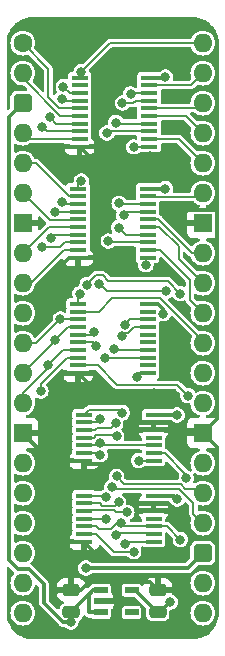
<source format=gbr>
%TF.GenerationSoftware,KiCad,Pcbnew,7.0.5*%
%TF.CreationDate,2023-12-15T16:36:39+02:00*%
%TF.ProjectId,HCP65 Device Reset,48435036-3520-4446-9576-696365205265,rev?*%
%TF.SameCoordinates,Original*%
%TF.FileFunction,Copper,L1,Top*%
%TF.FilePolarity,Positive*%
%FSLAX46Y46*%
G04 Gerber Fmt 4.6, Leading zero omitted, Abs format (unit mm)*
G04 Created by KiCad (PCBNEW 7.0.5) date 2023-12-15 16:36:39*
%MOMM*%
%LPD*%
G01*
G04 APERTURE LIST*
G04 Aperture macros list*
%AMRoundRect*
0 Rectangle with rounded corners*
0 $1 Rounding radius*
0 $2 $3 $4 $5 $6 $7 $8 $9 X,Y pos of 4 corners*
0 Add a 4 corners polygon primitive as box body*
4,1,4,$2,$3,$4,$5,$6,$7,$8,$9,$2,$3,0*
0 Add four circle primitives for the rounded corners*
1,1,$1+$1,$2,$3*
1,1,$1+$1,$4,$5*
1,1,$1+$1,$6,$7*
1,1,$1+$1,$8,$9*
0 Add four rect primitives between the rounded corners*
20,1,$1+$1,$2,$3,$4,$5,0*
20,1,$1+$1,$4,$5,$6,$7,0*
20,1,$1+$1,$6,$7,$8,$9,0*
20,1,$1+$1,$8,$9,$2,$3,0*%
G04 Aperture macros list end*
%TA.AperFunction,SMDPad,CuDef*%
%ADD10RoundRect,0.250000X0.475000X-0.250000X0.475000X0.250000X-0.475000X0.250000X-0.475000X-0.250000X0*%
%TD*%
%TA.AperFunction,SMDPad,CuDef*%
%ADD11R,1.150000X0.600000*%
%TD*%
%TA.AperFunction,SMDPad,CuDef*%
%ADD12R,1.475000X0.450000*%
%TD*%
%TA.AperFunction,ComponentPad*%
%ADD13C,1.600000*%
%TD*%
%TA.AperFunction,ComponentPad*%
%ADD14O,1.600000X1.600000*%
%TD*%
%TA.AperFunction,ComponentPad*%
%ADD15RoundRect,0.400000X-0.400000X-0.400000X0.400000X-0.400000X0.400000X0.400000X-0.400000X0.400000X0*%
%TD*%
%TA.AperFunction,ComponentPad*%
%ADD16R,1.600000X1.600000*%
%TD*%
%TA.AperFunction,ViaPad*%
%ADD17C,0.800000*%
%TD*%
%TA.AperFunction,Conductor*%
%ADD18C,0.200000*%
%TD*%
%TA.AperFunction,Conductor*%
%ADD19C,0.380000*%
%TD*%
%TA.AperFunction,Conductor*%
%ADD20C,0.350000*%
%TD*%
G04 APERTURE END LIST*
D10*
%TO.P,C10,1*%
%TO.N,/3.3V*%
X97790000Y-119313085D03*
%TO.P,C10,2*%
%TO.N,/GND*%
X97790000Y-117413085D03*
%TD*%
D11*
%TO.P,IC11,1,VIN*%
%TO.N,/5V*%
X92964000Y-117429085D03*
%TO.P,IC11,2,GND*%
%TO.N,/GND*%
X92964000Y-118379085D03*
%TO.P,IC11,3,EN*%
%TO.N,/5V*%
X92964000Y-119329085D03*
%TO.P,IC11,4,ADJ*%
%TO.N,unconnected-(IC11-ADJ-Pad4)*%
X95564000Y-119329085D03*
%TO.P,IC11,5,VOUT*%
%TO.N,/3.3V*%
X95564000Y-117429085D03*
%TD*%
D12*
%TO.P,IC8,1,1A*%
%TO.N,/Write Device Reset_{ 1..7}*%
X91550000Y-109429000D03*
%TO.P,IC8,2,1B*%
%TO.N,/~{CLK}*%
X91550000Y-110079000D03*
%TO.P,IC8,3,1Y*%
%TO.N,/Write Device Reset_{ 1..7}\u00B7~{CLK}*%
X91550000Y-110729000D03*
%TO.P,IC8,4,2A*%
%TO.N,/Write Device Reset_{ 8..15}*%
X91550000Y-111379000D03*
%TO.P,IC8,5,2B*%
%TO.N,/~{CLK}*%
X91550000Y-112029000D03*
%TO.P,IC8,6,2Y*%
%TO.N,/Write Device Reset_{ 8..15}\u00B7~{CLK}*%
X91550000Y-112679000D03*
%TO.P,IC8,7,GND*%
%TO.N,/GND*%
X91550000Y-113329000D03*
%TO.P,IC8,8,3Y*%
%TO.N,/Write Device Reset_{ 16..19}\u00B7~{CLK}*%
X97426000Y-113329000D03*
%TO.P,IC8,9,3A*%
%TO.N,/Write Device Reset_{ 16..19}*%
X97426000Y-112679000D03*
%TO.P,IC8,10,3B*%
%TO.N,/~{CLK}*%
X97426000Y-112029000D03*
%TO.P,IC8,11,4Y*%
%TO.N,unconnected-(IC8-4Y-Pad11)*%
X97426000Y-111379000D03*
%TO.P,IC8,12,4A*%
%TO.N,/GND*%
X97426000Y-110729000D03*
%TO.P,IC8,13,4B*%
X97426000Y-110079000D03*
%TO.P,IC8,14,3V*%
%TO.N,/3.3V*%
X97426000Y-109429000D03*
%TD*%
%TO.P,IC2,1,~{MR}*%
%TO.N,/~{Reset}*%
X91169000Y-74037000D03*
%TO.P,IC2,2,Q0*%
%TO.N,unconnected-(IC2-Q0-Pad2)*%
X91169000Y-74687000D03*
%TO.P,IC2,3,D0*%
%TO.N,/D0*%
X91169000Y-75337000D03*
%TO.P,IC2,4,D1*%
%TO.N,/D1*%
X91169000Y-75987000D03*
%TO.P,IC2,5,Q1*%
%TO.N,/~{Reset}_{Device}1*%
X91169000Y-76637000D03*
%TO.P,IC2,6,Q2*%
%TO.N,/~{Reset}_{Device}2*%
X91169000Y-77287000D03*
%TO.P,IC2,7,D2*%
%TO.N,/D2*%
X91169000Y-77937000D03*
%TO.P,IC2,8,D3*%
%TO.N,/D3*%
X91169000Y-78587000D03*
%TO.P,IC2,9,Q3*%
%TO.N,/~{Reset}_{Device}3*%
X91169000Y-79237000D03*
%TO.P,IC2,10,GND*%
%TO.N,/GND*%
X91169000Y-79887000D03*
%TO.P,IC2,11,CP*%
%TO.N,/Write Device Reset_{ 1..7}\u00B7~{CLK}*%
X97045000Y-79887000D03*
%TO.P,IC2,12,Q4*%
%TO.N,/~{Reset}_{Device}4*%
X97045000Y-79237000D03*
%TO.P,IC2,13,D4*%
%TO.N,/D4*%
X97045000Y-78587000D03*
%TO.P,IC2,14,D5*%
%TO.N,/D5*%
X97045000Y-77937000D03*
%TO.P,IC2,15,Q5*%
%TO.N,/~{Reset}_{Device}5*%
X97045000Y-77287000D03*
%TO.P,IC2,16,Q6*%
%TO.N,/~{Reset}_{Device}6*%
X97045000Y-76637000D03*
%TO.P,IC2,17,D6*%
%TO.N,/D6*%
X97045000Y-75987000D03*
%TO.P,IC2,18,D7*%
%TO.N,/D7*%
X97045000Y-75337000D03*
%TO.P,IC2,19,Q7*%
%TO.N,/~{Reset}_{Device}7*%
X97045000Y-74687000D03*
%TO.P,IC2,20,3V*%
%TO.N,/3.3V*%
X97045000Y-74037000D03*
%TD*%
D13*
%TO.P,J4,1,Pin_1*%
%TO.N,/~{Reset}_{Device}1*%
X86360000Y-71120000D03*
D14*
%TO.P,J4,2,Pin_2*%
%TO.N,/~{Reset}_{Device}2*%
X86360000Y-73660000D03*
D15*
%TO.P,J4,3,Pin_3*%
%TO.N,/5V*%
X86360000Y-76200000D03*
D14*
%TO.P,J4,4,Pin_4*%
%TO.N,/~{Reset}_{Device}3*%
X86360000Y-78740000D03*
%TO.P,J4,5,Pin_5*%
%TO.N,/~{Reset}_{Device}8*%
X86360000Y-81280000D03*
%TO.P,J4,6,Pin_6*%
%TO.N,/~{Reset}_{Device}9*%
X86360000Y-83820000D03*
D16*
%TO.P,J4,7,Pin_7*%
%TO.N,/GND*%
X86360000Y-86360000D03*
D14*
%TO.P,J4,8,Pin_8*%
%TO.N,/~{Reset}_{Device}10*%
X86360000Y-88900000D03*
%TO.P,J4,9,Pin_9*%
%TO.N,/~{Reset}_{Device}11*%
X86360000Y-91440000D03*
%TO.P,J4,10,Pin_10*%
%TO.N,unconnected-(J4-Pin_10-Pad10)*%
X86360000Y-93980000D03*
%TO.P,J4,11,Pin_11*%
%TO.N,/D0*%
X86360000Y-96520000D03*
%TO.P,J4,12,Pin_12*%
%TO.N,/D1*%
X86360000Y-99060000D03*
%TO.P,J4,13,Pin_13*%
%TO.N,/D2*%
X86360000Y-101600000D03*
D16*
%TO.P,J4,14,Pin_14*%
%TO.N,/GND*%
X86360000Y-104140000D03*
D14*
%TO.P,J4,15,Pin_15*%
%TO.N,/D3*%
X86360000Y-106680000D03*
%TO.P,J4,16,Pin_16*%
%TO.N,/D4*%
X86360000Y-109220000D03*
%TO.P,J4,17,Pin_17*%
%TO.N,/D5*%
X86360000Y-111760000D03*
%TO.P,J4,18,Pin_18*%
%TO.N,/D6*%
X86360000Y-114300000D03*
%TO.P,J4,19,Pin_19*%
%TO.N,/D7*%
X86360000Y-116840000D03*
%TO.P,J4,20,Pin_20*%
%TO.N,/~{WD}*%
X86360000Y-119380000D03*
%TO.P,J4,21,Pin_21*%
%TO.N,/~{CLK}*%
X101600000Y-119380000D03*
%TO.P,J4,22,Pin_22*%
%TO.N,/~{Device Enable}_{ 16..19}*%
X101600000Y-116840000D03*
D15*
%TO.P,J4,23,Pin_23*%
%TO.N,/5V*%
X101600000Y-114300000D03*
D14*
%TO.P,J4,24,Pin_24*%
%TO.N,/~{Device Enable}_{ 8..15}*%
X101600000Y-111760000D03*
%TO.P,J4,25,Pin_25*%
%TO.N,/~{Device Enable}_{ 1..7}*%
X101600000Y-109220000D03*
%TO.P,J4,26,Pin_26*%
%TO.N,/~{Reset}_{Device}19*%
X101600000Y-106680000D03*
D16*
%TO.P,J4,27,Pin_27*%
%TO.N,/GND*%
X101600000Y-104140000D03*
D14*
%TO.P,J4,28,Pin_28*%
%TO.N,/~{Reset}_{Device}18*%
X101600000Y-101600000D03*
%TO.P,J4,29,Pin_29*%
%TO.N,/~{Reset}_{Device}17*%
X101600000Y-99060000D03*
%TO.P,J4,30,Pin_30*%
%TO.N,/~{Reset}_{Device}16*%
X101600000Y-96520000D03*
%TO.P,J4,31,Pin_31*%
%TO.N,/~{Reset}_{Device}12*%
X101600000Y-93980000D03*
%TO.P,J4,32,Pin_32*%
%TO.N,/~{Reset}_{Device}13*%
X101600000Y-91440000D03*
%TO.P,J4,33,Pin_33*%
%TO.N,/~{Reset}_{Device}14*%
X101600000Y-88900000D03*
D16*
%TO.P,J4,34,Pin_34*%
%TO.N,/GND*%
X101600000Y-86360000D03*
D14*
%TO.P,J4,35,Pin_35*%
%TO.N,/~{Reset}_{Device}15*%
X101600000Y-83820000D03*
%TO.P,J4,36,Pin_36*%
%TO.N,/~{Reset}_{Device}4*%
X101600000Y-81280000D03*
%TO.P,J4,37,Pin_37*%
%TO.N,/~{Reset}_{Device}5*%
X101600000Y-78740000D03*
%TO.P,J4,38,Pin_38*%
%TO.N,/~{Reset}_{Device}6*%
X101600000Y-76200000D03*
%TO.P,J4,39,Pin_39*%
%TO.N,/~{Reset}_{Device}7*%
X101600000Y-73660000D03*
%TO.P,J4,40,Pin_40*%
%TO.N,/~{Reset}*%
X101600000Y-71120000D03*
%TD*%
D10*
%TO.P,C9,1*%
%TO.N,/5V*%
X90454000Y-119313085D03*
%TO.P,C9,2*%
%TO.N,/GND*%
X90454000Y-117413085D03*
%TD*%
D12*
%TO.P,IC6,1,~{MR}*%
%TO.N,/~{Reset}*%
X91042000Y-83435000D03*
%TO.P,IC6,2,Q0*%
%TO.N,/~{Reset}_{Device}8*%
X91042000Y-84085000D03*
%TO.P,IC6,3,D0*%
%TO.N,/D0*%
X91042000Y-84735000D03*
%TO.P,IC6,4,D1*%
%TO.N,/D1*%
X91042000Y-85385000D03*
%TO.P,IC6,5,Q1*%
%TO.N,/~{Reset}_{Device}9*%
X91042000Y-86035000D03*
%TO.P,IC6,6,Q2*%
%TO.N,/~{Reset}_{Device}10*%
X91042000Y-86685000D03*
%TO.P,IC6,7,D2*%
%TO.N,/D2*%
X91042000Y-87335000D03*
%TO.P,IC6,8,D3*%
%TO.N,/D3*%
X91042000Y-87985000D03*
%TO.P,IC6,9,Q3*%
%TO.N,/~{Reset}_{Device}11*%
X91042000Y-88635000D03*
%TO.P,IC6,10,GND*%
%TO.N,/GND*%
X91042000Y-89285000D03*
%TO.P,IC6,11,CP*%
%TO.N,/Write Device Reset_{ 8..15}\u00B7~{CLK}*%
X96918000Y-89285000D03*
%TO.P,IC6,12,Q4*%
%TO.N,/~{Reset}_{Device}12*%
X96918000Y-88635000D03*
%TO.P,IC6,13,D4*%
%TO.N,/D4*%
X96918000Y-87985000D03*
%TO.P,IC6,14,D5*%
%TO.N,/D5*%
X96918000Y-87335000D03*
%TO.P,IC6,15,Q5*%
%TO.N,/~{Reset}_{Device}13*%
X96918000Y-86685000D03*
%TO.P,IC6,16,Q6*%
%TO.N,/~{Reset}_{Device}14*%
X96918000Y-86035000D03*
%TO.P,IC6,17,D6*%
%TO.N,/D6*%
X96918000Y-85385000D03*
%TO.P,IC6,18,D7*%
%TO.N,/D7*%
X96918000Y-84735000D03*
%TO.P,IC6,19,Q7*%
%TO.N,/~{Reset}_{Device}15*%
X96918000Y-84085000D03*
%TO.P,IC6,20,3V*%
%TO.N,/3.3V*%
X96918000Y-83435000D03*
%TD*%
%TO.P,IC9,1,~{MR}*%
%TO.N,/~{Reset}*%
X91042000Y-93214000D03*
%TO.P,IC9,2,Q0*%
%TO.N,/~{Reset}_{Device}16*%
X91042000Y-93864000D03*
%TO.P,IC9,3,D0*%
%TO.N,/D0*%
X91042000Y-94514000D03*
%TO.P,IC9,4,D1*%
%TO.N,/D1*%
X91042000Y-95164000D03*
%TO.P,IC9,5,Q1*%
%TO.N,/~{Reset}_{Device}17*%
X91042000Y-95814000D03*
%TO.P,IC9,6,Q2*%
%TO.N,/~{Reset}_{Device}18*%
X91042000Y-96464000D03*
%TO.P,IC9,7,D2*%
%TO.N,/D2*%
X91042000Y-97114000D03*
%TO.P,IC9,8,D3*%
%TO.N,/D3*%
X91042000Y-97764000D03*
%TO.P,IC9,9,Q3*%
%TO.N,/~{Reset}_{Device}19*%
X91042000Y-98414000D03*
%TO.P,IC9,10,GND*%
%TO.N,/GND*%
X91042000Y-99064000D03*
%TO.P,IC9,11,CP*%
%TO.N,/Write Device Reset_{ 16..19}\u00B7~{CLK}*%
X96918000Y-99064000D03*
%TO.P,IC9,12,Q4*%
%TO.N,unconnected-(IC9-Q4-Pad12)*%
X96918000Y-98414000D03*
%TO.P,IC9,13,D4*%
%TO.N,/D4*%
X96918000Y-97764000D03*
%TO.P,IC9,14,D5*%
%TO.N,/D5*%
X96918000Y-97114000D03*
%TO.P,IC9,15,Q5*%
%TO.N,unconnected-(IC9-Q5-Pad15)*%
X96918000Y-96464000D03*
%TO.P,IC9,16,Q6*%
%TO.N,unconnected-(IC9-Q6-Pad16)*%
X96918000Y-95814000D03*
%TO.P,IC9,17,D6*%
%TO.N,/D6*%
X96918000Y-95164000D03*
%TO.P,IC9,18,D7*%
%TO.N,/D7*%
X96918000Y-94514000D03*
%TO.P,IC9,19,Q7*%
%TO.N,unconnected-(IC9-Q7-Pad19)*%
X96918000Y-93864000D03*
%TO.P,IC9,20,3V*%
%TO.N,/3.3V*%
X96918000Y-93214000D03*
%TD*%
%TO.P,IC7,1,1A*%
%TO.N,/~{Device Enable}_{ 1..7}*%
X91550000Y-102571000D03*
%TO.P,IC7,2,1B*%
%TO.N,/~{WD}*%
X91550000Y-103221000D03*
%TO.P,IC7,3,1Y*%
%TO.N,/Write Device Reset_{ 1..7}*%
X91550000Y-103871000D03*
%TO.P,IC7,4,2A*%
%TO.N,/~{Device Enable}_{ 8..15}*%
X91550000Y-104521000D03*
%TO.P,IC7,5,2B*%
%TO.N,/~{WD}*%
X91550000Y-105171000D03*
%TO.P,IC7,6,2Y*%
%TO.N,/Write Device Reset_{ 8..15}*%
X91550000Y-105821000D03*
%TO.P,IC7,7,GND*%
%TO.N,/GND*%
X91550000Y-106471000D03*
%TO.P,IC7,8,3Y*%
%TO.N,/Write Device Reset_{ 16..19}*%
X97426000Y-106471000D03*
%TO.P,IC7,9,3A*%
%TO.N,/~{Device Enable}_{ 16..19}*%
X97426000Y-105821000D03*
%TO.P,IC7,10,3B*%
%TO.N,/~{WD}*%
X97426000Y-105171000D03*
%TO.P,IC7,11,4Y*%
%TO.N,unconnected-(IC7-4Y-Pad11)*%
X97426000Y-104521000D03*
%TO.P,IC7,12,4A*%
%TO.N,/GND*%
X97426000Y-103871000D03*
%TO.P,IC7,13,4B*%
X97426000Y-103221000D03*
%TO.P,IC7,14,3V*%
%TO.N,/3.3V*%
X97426000Y-102571000D03*
%TD*%
D17*
%TO.N,/3.3V*%
X98262870Y-94034427D03*
X99413000Y-102616000D03*
X99438189Y-109730775D03*
X98425000Y-83439000D03*
X98425000Y-73986984D03*
X98846011Y-118450989D03*
%TO.N,/GND*%
X98043998Y-114427002D03*
X97478506Y-100776000D03*
X89027000Y-117474992D03*
X97155000Y-80711502D03*
X98297980Y-107314990D03*
X87136304Y-92604456D03*
X98128869Y-90110901D03*
X98552000Y-85598000D03*
%TO.N,/5V*%
X91694001Y-115569999D03*
X90424409Y-120129000D03*
%TO.N,/D0*%
X89535000Y-94488000D03*
X89662000Y-84581990D03*
X89789000Y-74803000D03*
%TO.N,/D1*%
X89075758Y-85392128D03*
X89100000Y-96280424D03*
X89662000Y-75819000D03*
%TO.N,/D2*%
X88693682Y-77422317D03*
X88767162Y-87601698D03*
X88468525Y-98374525D03*
%TO.N,/D3*%
X88011000Y-78232000D03*
X87884000Y-100584000D03*
X87965726Y-88411224D03*
%TO.N,/D4*%
X93599000Y-87884000D03*
X93484000Y-78740000D03*
X93350814Y-97790000D03*
%TO.N,/D5*%
X94460999Y-86741000D03*
X94112000Y-97063998D03*
X94234000Y-77851000D03*
%TO.N,/D6*%
X94795757Y-76199994D03*
X94884000Y-85719026D03*
X94745127Y-95933366D03*
%TO.N,/D7*%
X95495757Y-75422235D03*
X94508571Y-84704020D03*
X95005162Y-94967764D03*
%TO.N,/~{Reset}*%
X91313000Y-73533000D03*
X91313000Y-82804000D03*
X91181993Y-92345000D03*
%TO.N,/~{Device Enable}_{ 8..15}*%
X93882937Y-108720763D03*
X94299000Y-104393996D03*
%TO.N,/~{Device Enable}_{ 16..19}*%
X100203000Y-107950000D03*
%TO.N,/~{WD}*%
X92870849Y-102934537D03*
X92862833Y-105001165D03*
%TO.N,/Write Device Reset_{ 8..15}*%
X93370400Y-111455196D03*
X92899000Y-106000514D03*
%TO.N,/Write Device Reset_{ 16..19}*%
X94276642Y-112801611D03*
X96173000Y-106472132D03*
%TO.N,/~{Reset}_{Device}17*%
X92405161Y-95542747D03*
X99695000Y-92329000D03*
X91806450Y-91563937D03*
%TO.N,/~{Reset}_{Device}18*%
X98501531Y-92125481D03*
X92804000Y-91493949D03*
X92558150Y-96746406D03*
%TO.N,/~{Reset}_{Device}19*%
X100330000Y-100965000D03*
%TO.N,/~{Device Enable}_{ 1..7}*%
X94303426Y-107813462D03*
X94773000Y-102410375D03*
%TO.N,/Write Device Reset_{ 1..7}*%
X93379138Y-109584586D03*
X94227407Y-103309297D03*
%TO.N,/Write Device Reset_{ 1..7}\u00B7~{CLK}*%
X95173000Y-110859947D03*
X95753000Y-79921502D03*
%TO.N,/Write Device Reset_{ 8..15}\u00B7~{CLK}*%
X96774000Y-89916000D03*
X95750610Y-114173000D03*
%TO.N,/~{CLK}*%
X99695000Y-113157000D03*
X94646557Y-111737425D03*
X94465002Y-109985191D03*
%TO.N,/Write Device Reset_{ 16..19}\u00B7~{CLK}*%
X95007596Y-113503720D03*
X95993000Y-99376000D03*
%TD*%
D18*
%TO.N,/Write Device Reset_{ 16..19}*%
X94486253Y-112592000D02*
X94276642Y-112801611D01*
X97339000Y-112592000D02*
X94486253Y-112592000D01*
%TO.N,/~{CLK}*%
X94362268Y-111737425D02*
X94646557Y-111737425D01*
X92794075Y-112237450D02*
X93862243Y-112237450D01*
X92585625Y-112029000D02*
X92794075Y-112237450D01*
X94938132Y-112029000D02*
X94646557Y-111737425D01*
X97426000Y-112029000D02*
X94938132Y-112029000D01*
%TO.N,/Write Device Reset_{ 8..15}\u00B7~{CLK}*%
X95693251Y-114230359D02*
X95750610Y-114173000D01*
X91550000Y-112679000D02*
X92517241Y-112679000D01*
%TO.N,/Write Device Reset_{ 16..19}\u00B7~{CLK}*%
X97426000Y-113329000D02*
X95182316Y-113329000D01*
%TO.N,/~{CLK}*%
X93862243Y-112237450D02*
X94362268Y-111737425D01*
D19*
%TO.N,/GND*%
X97508000Y-114963000D02*
X98043998Y-114427002D01*
X93184000Y-114963000D02*
X97508000Y-114963000D01*
X91550000Y-113329000D02*
X93184000Y-114963000D01*
D18*
%TO.N,/Write Device Reset_{ 16..19}\u00B7~{CLK}*%
X95182316Y-113329000D02*
X95007596Y-113503720D01*
%TO.N,/Write Device Reset_{ 8..15}\u00B7~{CLK}*%
X94068600Y-114230359D02*
X95693251Y-114230359D01*
X92517241Y-112679000D02*
X94068600Y-114230359D01*
%TO.N,/~{CLK}*%
X91550000Y-112029000D02*
X92585625Y-112029000D01*
%TO.N,/Write Device Reset_{ 8..15}*%
X93294204Y-111379000D02*
X93370400Y-111455196D01*
X91550000Y-111379000D02*
X93294204Y-111379000D01*
%TO.N,/Write Device Reset_{ 1..7}\u00B7~{CLK}*%
X94099036Y-110684586D02*
X94274397Y-110859947D01*
X94274397Y-110859947D02*
X95173000Y-110859947D01*
X91594414Y-110684586D02*
X94099036Y-110684586D01*
%TO.N,/~{CLK}*%
X92868997Y-110079000D02*
X93074583Y-110284586D01*
X93074583Y-110284586D02*
X94165607Y-110284586D01*
X94165607Y-110284586D02*
X94465002Y-109985191D01*
X91550000Y-110079000D02*
X92868997Y-110079000D01*
D19*
%TO.N,/3.3V*%
X98374984Y-74037000D02*
X98425000Y-73986984D01*
X97813094Y-93214000D02*
X98262870Y-93663776D01*
X97426000Y-109429000D02*
X99136414Y-109429000D01*
X99368000Y-102571000D02*
X99413000Y-102616000D01*
X97045000Y-74037000D02*
X98374984Y-74037000D01*
X97426000Y-102571000D02*
X99368000Y-102571000D01*
X96918000Y-83435000D02*
X98421000Y-83435000D01*
X99136414Y-109429000D02*
X99438189Y-109730775D01*
X97487542Y-119029085D02*
X95887542Y-117429085D01*
X98421000Y-83435000D02*
X98425000Y-83439000D01*
X98262870Y-93663776D02*
X98262870Y-94034427D01*
X97983915Y-119313085D02*
X98846011Y-118450989D01*
X96918000Y-93214000D02*
X97813094Y-93214000D01*
%TO.N,/GND*%
X93756650Y-90706000D02*
X97533770Y-90706000D01*
X94234000Y-118064085D02*
X93919000Y-118379085D01*
X99314000Y-86360000D02*
X101600000Y-86360000D01*
D20*
X87136304Y-92441696D02*
X90293000Y-89285000D01*
D19*
X95249990Y-107314990D02*
X98297980Y-107314990D01*
D20*
X98907299Y-110729000D02*
X97426000Y-110729000D01*
X87136304Y-92604456D02*
X87136304Y-92441696D01*
X90293000Y-89285000D02*
X91042000Y-89285000D01*
D19*
X92335650Y-89285000D02*
X93756650Y-90706000D01*
D20*
X89027000Y-107569000D02*
X88691000Y-107233000D01*
X102802999Y-85217000D02*
X98933000Y-85217000D01*
D19*
X97426000Y-103871000D02*
X101331000Y-103871000D01*
D20*
X101600000Y-104140000D02*
X102775000Y-105315000D01*
X101600000Y-104140000D02*
X102802999Y-102937001D01*
X102775000Y-105315000D02*
X102775000Y-112671016D01*
D19*
X91921915Y-116739085D02*
X91247915Y-117413085D01*
D20*
X88691000Y-107233000D02*
X88691000Y-106471000D01*
D19*
X91550000Y-106471000D02*
X91869514Y-106790514D01*
X91042000Y-99064000D02*
X92754000Y-100776000D01*
X91550000Y-106471000D02*
X88691000Y-106471000D01*
X92754000Y-100776000D02*
X97478506Y-100776000D01*
X98552000Y-85598000D02*
X99314000Y-86360000D01*
X96308500Y-103221000D02*
X96298500Y-103211000D01*
X96298500Y-101956006D02*
X97478506Y-100776000D01*
X94234000Y-116739085D02*
X91921915Y-116739085D01*
X91554500Y-89285000D02*
X92335650Y-89285000D01*
X91869514Y-106790514D02*
X94725514Y-106790514D01*
X88691000Y-106471000D02*
X86360000Y-104140000D01*
X93919000Y-118379085D02*
X92964000Y-118379085D01*
X97426000Y-103221000D02*
X97426000Y-103871000D01*
X97426000Y-110079000D02*
X97426000Y-110729000D01*
D20*
X89027000Y-117474992D02*
X89027000Y-107569000D01*
D19*
X94234000Y-116739085D02*
X94234000Y-118064085D01*
X94725514Y-106790514D02*
X95249990Y-107314990D01*
X96298500Y-103211000D02*
X96298500Y-101956006D01*
D20*
X90392093Y-117474992D02*
X89027000Y-117474992D01*
D19*
X97533770Y-90706000D02*
X98128869Y-90110901D01*
D20*
X102775000Y-112671016D02*
X102416016Y-113030000D01*
D19*
X97155000Y-80711502D02*
X91993502Y-80711502D01*
X97426000Y-103221000D02*
X96308500Y-103221000D01*
X97790000Y-117413085D02*
X97116000Y-116739085D01*
X91247915Y-117413085D02*
X90454000Y-117413085D01*
X91993502Y-80711502D02*
X91169000Y-79887000D01*
D20*
X98933000Y-85217000D02*
X98552000Y-85598000D01*
X102802999Y-102937001D02*
X102802999Y-85217000D01*
X101208299Y-113030000D02*
X98907299Y-110729000D01*
X102416016Y-113030000D02*
X101208299Y-113030000D01*
D19*
X97116000Y-116739085D02*
X94234000Y-116739085D01*
%TO.N,/5V*%
X92009000Y-119329085D02*
X91999000Y-119319085D01*
D20*
X85947000Y-115665000D02*
X86846701Y-115665000D01*
X85185000Y-77375000D02*
X85185000Y-114903000D01*
X86846701Y-115665000D02*
X88138000Y-116956299D01*
X85185000Y-114903000D02*
X85947000Y-115665000D01*
X89776000Y-120129000D02*
X90424409Y-120129000D01*
D19*
X92338000Y-117429085D02*
X92964000Y-117429085D01*
X90454000Y-120099409D02*
X90424409Y-120129000D01*
X100330000Y-115570000D02*
X91694001Y-115569999D01*
D20*
X88138000Y-116956299D02*
X88138000Y-118491000D01*
D19*
X90454000Y-119313085D02*
X92338000Y-117429085D01*
X101600000Y-114300000D02*
X100330000Y-115570000D01*
X91999000Y-117768084D02*
X92120042Y-117647042D01*
X90454000Y-119313085D02*
X90454000Y-120099409D01*
X92964000Y-119329085D02*
X92009000Y-119329085D01*
D20*
X88138000Y-118491000D02*
X89776000Y-120129000D01*
X86360000Y-76200000D02*
X85185000Y-77375000D01*
D19*
X91999000Y-119319085D02*
X91999000Y-117768084D01*
D18*
%TO.N,/D0*%
X91042000Y-94514000D02*
X89561000Y-94514000D01*
X91169000Y-75337000D02*
X90323000Y-75337000D01*
X87503000Y-96520000D02*
X89535000Y-94488000D01*
X86360000Y-96520000D02*
X87503000Y-96520000D01*
X90323000Y-75337000D02*
X89789000Y-74803000D01*
X89815010Y-84735000D02*
X89662000Y-84581990D01*
X91042000Y-84735000D02*
X89815010Y-84735000D01*
X89561000Y-94514000D02*
X89535000Y-94488000D01*
%TO.N,/D1*%
X91042000Y-95164000D02*
X90216424Y-95164000D01*
X89082886Y-85385000D02*
X89075758Y-85392128D01*
X89100000Y-96320000D02*
X89100000Y-96280424D01*
X86360000Y-99060000D02*
X89100000Y-96320000D01*
X90216424Y-95164000D02*
X89100000Y-96280424D01*
X91169000Y-75987000D02*
X89830000Y-75987000D01*
X91042000Y-85385000D02*
X89082886Y-85385000D01*
X89830000Y-75987000D02*
X89662000Y-75819000D01*
%TO.N,/D2*%
X89729050Y-97114000D02*
X88468525Y-98374525D01*
X86360000Y-101600000D02*
X86360000Y-100711000D01*
X91169000Y-77937000D02*
X89208365Y-77937000D01*
X88468525Y-98602475D02*
X88468525Y-98374525D01*
X89208365Y-77937000D02*
X88693682Y-77422317D01*
X91042000Y-87335000D02*
X89033860Y-87335000D01*
X86360000Y-100711000D02*
X88468525Y-98602475D01*
X89033860Y-87335000D02*
X88767162Y-87601698D01*
X91042000Y-97114000D02*
X89729050Y-97114000D01*
%TO.N,/D3*%
X89942000Y-87985000D02*
X89535000Y-88392000D01*
X87884000Y-99949000D02*
X87884000Y-100584000D01*
X91042000Y-87985000D02*
X89942000Y-87985000D01*
X90069000Y-97764000D02*
X87884000Y-99949000D01*
X91042000Y-97764000D02*
X90069000Y-97764000D01*
X87984950Y-88392000D02*
X87965726Y-88411224D01*
X89535000Y-88392000D02*
X87984950Y-88392000D01*
X91169000Y-78587000D02*
X88366000Y-78587000D01*
X88366000Y-78587000D02*
X88011000Y-78232000D01*
%TO.N,/D4*%
X97045000Y-78587000D02*
X93637000Y-78587000D01*
X93700000Y-87985000D02*
X96918000Y-87985000D01*
X96918000Y-97764000D02*
X93376814Y-97764000D01*
X93599000Y-87884000D02*
X93700000Y-87985000D01*
X93376814Y-97764000D02*
X93350814Y-97790000D01*
X93637000Y-78587000D02*
X93484000Y-78740000D01*
%TO.N,/D5*%
X95054999Y-87335000D02*
X94460999Y-86741000D01*
X97045000Y-77937000D02*
X94320000Y-77937000D01*
X94162002Y-97114000D02*
X94112000Y-97063998D01*
X96918000Y-97114000D02*
X94162002Y-97114000D01*
X94320000Y-77937000D02*
X94234000Y-77851000D01*
X96918000Y-87335000D02*
X95054999Y-87335000D01*
%TO.N,/D6*%
X95707948Y-76199994D02*
X94795757Y-76199994D01*
X95920942Y-75987000D02*
X95707948Y-76199994D01*
X95010729Y-95667764D02*
X94745127Y-95933366D01*
X96918000Y-85385000D02*
X95218026Y-85385000D01*
X95218026Y-85385000D02*
X94884000Y-85719026D01*
X97045000Y-75987000D02*
X95920942Y-75987000D01*
X95295112Y-95667764D02*
X95010729Y-95667764D01*
X95798876Y-95164000D02*
X95295112Y-95667764D01*
X96918000Y-95164000D02*
X95798876Y-95164000D01*
%TO.N,/D7*%
X97045000Y-75337000D02*
X95580992Y-75337000D01*
X95458926Y-94514000D02*
X95005162Y-94967764D01*
X94539551Y-84735000D02*
X94508571Y-84704020D01*
X95580992Y-75337000D02*
X95495757Y-75422235D01*
X96918000Y-94514000D02*
X95458926Y-94514000D01*
X96918000Y-84735000D02*
X94539551Y-84735000D01*
%TO.N,/~{Reset}*%
X93726000Y-71120000D02*
X91313000Y-73533000D01*
X91169000Y-73677000D02*
X91313000Y-73533000D01*
X91042000Y-83075000D02*
X91313000Y-82804000D01*
X91042000Y-93214000D02*
X91042000Y-92484993D01*
X91042000Y-92484993D02*
X91181993Y-92345000D01*
X101600000Y-71120000D02*
X93726000Y-71120000D01*
X91169000Y-74037000D02*
X91169000Y-73677000D01*
X91042000Y-83435000D02*
X91042000Y-83075000D01*
%TO.N,/~{Reset}_{Device}1*%
X86360000Y-71120000D02*
X88527000Y-73287000D01*
X89464000Y-76637000D02*
X91169000Y-76637000D01*
X88527000Y-75700000D02*
X89464000Y-76637000D01*
X88527000Y-73287000D02*
X88527000Y-75700000D01*
%TO.N,/~{Reset}_{Device}2*%
X86360000Y-74098685D02*
X89548315Y-77287000D01*
X89548315Y-77287000D02*
X91169000Y-77287000D01*
%TO.N,/~{Reset}_{Device}3*%
X86857000Y-79237000D02*
X91169000Y-79237000D01*
X86360000Y-78740000D02*
X86857000Y-79237000D01*
%TO.N,/~{Reset}_{Device}4*%
X97045000Y-79237000D02*
X99557000Y-79237000D01*
X99557000Y-79237000D02*
X101600000Y-81280000D01*
%TO.N,/~{Reset}_{Device}5*%
X100147000Y-77287000D02*
X97045000Y-77287000D01*
X101600000Y-78740000D02*
X100147000Y-77287000D01*
%TO.N,/~{Reset}_{Device}6*%
X101163000Y-76637000D02*
X97045000Y-76637000D01*
%TO.N,/~{Reset}_{Device}7*%
X100573000Y-74687000D02*
X97045000Y-74687000D01*
X101600000Y-73660000D02*
X100573000Y-74687000D01*
%TO.N,/~{Device Enable}_{ 8..15}*%
X92353048Y-104521000D02*
X92572883Y-104301165D01*
X99555365Y-108858000D02*
X94020174Y-108858000D01*
X100800001Y-110102637D02*
X99555365Y-108858000D01*
X94020174Y-108858000D02*
X93882937Y-108720763D01*
X91550000Y-104521000D02*
X92353048Y-104521000D01*
X101600000Y-111760000D02*
X100800001Y-110960001D01*
X94206169Y-104301165D02*
X94299000Y-104393996D01*
X92572883Y-104301165D02*
X94206169Y-104301165D01*
X100800001Y-110960001D02*
X100800001Y-110102637D01*
%TO.N,/~{Device Enable}_{ 16..19}*%
X98363500Y-105821000D02*
X100203000Y-107660500D01*
X100203000Y-107660500D02*
X100203000Y-107950000D01*
X97426000Y-105821000D02*
X98363500Y-105821000D01*
%TO.N,/~{Reset}_{Device}8*%
X90303960Y-84085000D02*
X91042000Y-84085000D01*
X87498960Y-81280000D02*
X90303960Y-84085000D01*
X86360000Y-81280000D02*
X87498960Y-81280000D01*
%TO.N,/~{Reset}_{Device}9*%
X88632128Y-86092128D02*
X90984872Y-86092128D01*
X86360000Y-83820000D02*
X88632128Y-86092128D01*
%TO.N,/~{Reset}_{Device}10*%
X86360000Y-88900000D02*
X88575000Y-86685000D01*
X88575000Y-86685000D02*
X91042000Y-86685000D01*
%TO.N,/~{Reset}_{Device}11*%
X91042000Y-88635000D02*
X89857686Y-88635000D01*
X89857686Y-88635000D02*
X87052686Y-91440000D01*
%TO.N,/~{Reset}_{Device}12*%
X100500000Y-92880000D02*
X101600000Y-93980000D01*
X100500000Y-91152500D02*
X100500000Y-92880000D01*
X96918000Y-88635000D02*
X97982500Y-88635000D01*
X97982500Y-88635000D02*
X100500000Y-91152500D01*
%TO.N,/~{Reset}_{Device}13*%
X96918000Y-86685000D02*
X97930314Y-86685000D01*
X97930314Y-86685000D02*
X99568000Y-88322686D01*
X99568000Y-88322686D02*
X99568000Y-89408000D01*
X99568000Y-89408000D02*
X101600000Y-91440000D01*
%TO.N,/~{Reset}_{Device}14*%
X96918000Y-86035000D02*
X97846000Y-86035000D01*
X97846000Y-86035000D02*
X100711000Y-88900000D01*
X100711000Y-88900000D02*
X101600000Y-88900000D01*
%TO.N,/~{Reset}_{Device}15*%
X96972000Y-84139000D02*
X101281000Y-84139000D01*
%TO.N,/~{WD}*%
X91550000Y-103221000D02*
X92584386Y-103221000D01*
X97426000Y-105171000D02*
X93032668Y-105171000D01*
X91550000Y-105171000D02*
X92692998Y-105171000D01*
X92584386Y-103221000D02*
X92870849Y-102934537D01*
X92692998Y-105171000D02*
X92862833Y-105001165D01*
X93032668Y-105171000D02*
X92862833Y-105001165D01*
%TO.N,/Write Device Reset_{ 8..15}*%
X92719486Y-105821000D02*
X92899000Y-106000514D01*
X91550000Y-105821000D02*
X92719486Y-105821000D01*
%TO.N,/Write Device Reset_{ 16..19}*%
X97426000Y-106471000D02*
X96174132Y-106471000D01*
X96174132Y-106471000D02*
X96173000Y-106472132D01*
%TO.N,/~{Reset}_{Device}16*%
X91042000Y-93864000D02*
X92773686Y-93864000D01*
X93948686Y-92689000D02*
X97981058Y-92689000D01*
X92773686Y-93864000D02*
X93948686Y-92689000D01*
X97981058Y-92689000D02*
X101431058Y-96139000D01*
%TO.N,/~{Reset}_{Device}17*%
X99695000Y-92329000D02*
X98614000Y-91248000D01*
X92133908Y-95814000D02*
X92405161Y-95542747D01*
X93590796Y-91248000D02*
X93136745Y-90793949D01*
X92514050Y-90793949D02*
X91806450Y-91501549D01*
X91806450Y-91501549D02*
X91806450Y-91563937D01*
X91042000Y-95814000D02*
X92133908Y-95814000D01*
X98614000Y-91248000D02*
X93590796Y-91248000D01*
X93136745Y-90793949D02*
X92514050Y-90793949D01*
%TO.N,/~{Reset}_{Device}18*%
X93507736Y-92140000D02*
X92861685Y-91493949D01*
X91042000Y-96464000D02*
X92275744Y-96464000D01*
X98487012Y-92140000D02*
X93507736Y-92140000D01*
X92275744Y-96464000D02*
X92558150Y-96746406D01*
X98501531Y-92125481D02*
X98487012Y-92140000D01*
X92861685Y-91493949D02*
X92804000Y-91493949D01*
%TO.N,/~{Reset}_{Device}19*%
X94361000Y-100076000D02*
X99441000Y-100076000D01*
X99441000Y-100076000D02*
X100330000Y-100965000D01*
X91042000Y-98414000D02*
X92699000Y-98414000D01*
X92699000Y-98414000D02*
X94361000Y-100076000D01*
%TO.N,/~{Device Enable}_{ 1..7}*%
X99721050Y-108458000D02*
X94947964Y-108458000D01*
X101219000Y-108839000D02*
X100102050Y-108839000D01*
X100102050Y-108839000D02*
X99721050Y-108458000D01*
X91550000Y-102571000D02*
X91975000Y-102146000D01*
X94947964Y-108458000D02*
X94303426Y-107813462D01*
X94508625Y-102146000D02*
X94773000Y-102410375D01*
X91975000Y-102146000D02*
X94508625Y-102146000D01*
%TO.N,/Write Device Reset_{ 1..7}*%
X93223552Y-109429000D02*
X93379138Y-109584586D01*
X91550000Y-109429000D02*
X93223552Y-109429000D01*
X93845704Y-103691000D02*
X94227407Y-103309297D01*
X92452153Y-103871000D02*
X92632154Y-103691000D01*
X92632154Y-103691000D02*
X93845704Y-103691000D01*
X91550000Y-103871000D02*
X92452153Y-103871000D01*
%TO.N,/Write Device Reset_{ 1..7}\u00B7~{CLK}*%
X97045000Y-79887000D02*
X95787502Y-79887000D01*
X95787502Y-79887000D02*
X95753000Y-79921502D01*
%TO.N,/Write Device Reset_{ 8..15}\u00B7~{CLK}*%
X96774000Y-89429000D02*
X96774000Y-89916000D01*
X96918000Y-89285000D02*
X96774000Y-89429000D01*
%TO.N,/~{CLK}*%
X97426000Y-112029000D02*
X98567000Y-112029000D01*
X98567000Y-112029000D02*
X99695000Y-113157000D01*
%TO.N,/Write Device Reset_{ 16..19}\u00B7~{CLK}*%
X96918000Y-99064000D02*
X96107500Y-99064000D01*
X95993000Y-99178500D02*
X95993000Y-99376000D01*
X96107500Y-99064000D02*
X95993000Y-99178500D01*
%TD*%
%TA.AperFunction,Conductor*%
%TO.N,/GND*%
G36*
X89723834Y-98707361D02*
G01*
X89779767Y-98749233D01*
X89804184Y-98814697D01*
X89804500Y-98823543D01*
X89804500Y-98839000D01*
X90115317Y-98839000D01*
X90182356Y-98858685D01*
X90184206Y-98859897D01*
X90206759Y-98874966D01*
X90279823Y-98889500D01*
X90279826Y-98889500D01*
X91804176Y-98889500D01*
X91877240Y-98874966D01*
X91899794Y-98859897D01*
X91966472Y-98839020D01*
X91968683Y-98839000D01*
X92279500Y-98839000D01*
X92315819Y-98802681D01*
X92318158Y-98805020D01*
X92351989Y-98775706D01*
X92403500Y-98764500D01*
X92502456Y-98764500D01*
X92569495Y-98784185D01*
X92590137Y-98800819D01*
X94078362Y-100289044D01*
X94094486Y-100308899D01*
X94099563Y-100316669D01*
X94125508Y-100336862D01*
X94131260Y-100341942D01*
X94133693Y-100344375D01*
X94150414Y-100356313D01*
X94152421Y-100357809D01*
X94191874Y-100388517D01*
X94191876Y-100388517D01*
X94198357Y-100392025D01*
X94204933Y-100395240D01*
X94252822Y-100409497D01*
X94255242Y-100410272D01*
X94302512Y-100426500D01*
X94302514Y-100426500D01*
X94309751Y-100427707D01*
X94317046Y-100428617D01*
X94366950Y-100426552D01*
X94369511Y-100426500D01*
X99244456Y-100426500D01*
X99311495Y-100446185D01*
X99332137Y-100462819D01*
X99491748Y-100622430D01*
X99649309Y-100779990D01*
X99682794Y-100841313D01*
X99684724Y-100882616D01*
X99674722Y-100964999D01*
X99674722Y-100965000D01*
X99693762Y-101121818D01*
X99749780Y-101269523D01*
X99839517Y-101399530D01*
X99957760Y-101504283D01*
X99957762Y-101504284D01*
X100097634Y-101577696D01*
X100251014Y-101615500D01*
X100251015Y-101615500D01*
X100408987Y-101615500D01*
X100416433Y-101614596D01*
X100416772Y-101617396D01*
X100473422Y-101619870D01*
X100530497Y-101660172D01*
X100556722Y-101724934D01*
X100556734Y-101725056D01*
X100564699Y-101805932D01*
X100584465Y-101871092D01*
X100624768Y-102003954D01*
X100722315Y-102186450D01*
X100722317Y-102186452D01*
X100853589Y-102346410D01*
X100931531Y-102410374D01*
X101013550Y-102477685D01*
X101196046Y-102575232D01*
X101268925Y-102597339D01*
X101327364Y-102635637D01*
X101355820Y-102699449D01*
X101345260Y-102768516D01*
X101299036Y-102820910D01*
X101232930Y-102840000D01*
X100752155Y-102840000D01*
X100692627Y-102846401D01*
X100692620Y-102846403D01*
X100557913Y-102896645D01*
X100557906Y-102896649D01*
X100442812Y-102982809D01*
X100442809Y-102982812D01*
X100356649Y-103097906D01*
X100356645Y-103097913D01*
X100306403Y-103232620D01*
X100306401Y-103232627D01*
X100300000Y-103292155D01*
X100300000Y-103292172D01*
X100299999Y-103890000D01*
X101166314Y-103890000D01*
X101140507Y-103930156D01*
X101100000Y-104068111D01*
X101100000Y-104211889D01*
X101140507Y-104349844D01*
X101166314Y-104390000D01*
X100300000Y-104390000D01*
X100300000Y-104987844D01*
X100306401Y-105047372D01*
X100306403Y-105047379D01*
X100356645Y-105182086D01*
X100356649Y-105182093D01*
X100442809Y-105297187D01*
X100442812Y-105297190D01*
X100557906Y-105383350D01*
X100557913Y-105383354D01*
X100692620Y-105433596D01*
X100692627Y-105433598D01*
X100752155Y-105439999D01*
X100752172Y-105440000D01*
X101232930Y-105440000D01*
X101299969Y-105459685D01*
X101345724Y-105512489D01*
X101355668Y-105581647D01*
X101326643Y-105645203D01*
X101268925Y-105682660D01*
X101196046Y-105704768D01*
X101196043Y-105704769D01*
X101158419Y-105724880D01*
X101013550Y-105802315D01*
X101013548Y-105802316D01*
X101013547Y-105802317D01*
X100853589Y-105933589D01*
X100722317Y-106093547D01*
X100722315Y-106093550D01*
X100698221Y-106138627D01*
X100624769Y-106276043D01*
X100564699Y-106474067D01*
X100544417Y-106679999D01*
X100564699Y-106885932D01*
X100578663Y-106931966D01*
X100624768Y-107083954D01*
X100687205Y-107200765D01*
X100696734Y-107218591D01*
X100710976Y-107286994D01*
X100685976Y-107352238D01*
X100629672Y-107393609D01*
X100559938Y-107397971D01*
X100529750Y-107386841D01*
X100435366Y-107337304D01*
X100389462Y-107325990D01*
X100331456Y-107293274D01*
X98646137Y-105607955D01*
X98630011Y-105588098D01*
X98624937Y-105580331D01*
X98598987Y-105560133D01*
X98593241Y-105555059D01*
X98590807Y-105552625D01*
X98574109Y-105540703D01*
X98572055Y-105539171D01*
X98546775Y-105519496D01*
X98532626Y-105508483D01*
X98532624Y-105508482D01*
X98526148Y-105504977D01*
X98519566Y-105501759D01*
X98502612Y-105496711D01*
X98443978Y-105458713D01*
X98415196Y-105395047D01*
X98414000Y-105377868D01*
X98414000Y-104921323D01*
X98413999Y-104921321D01*
X98403829Y-104870190D01*
X98403829Y-104821807D01*
X98414000Y-104770676D01*
X98414000Y-104595125D01*
X98433685Y-104528086D01*
X98463689Y-104495858D01*
X98520689Y-104453187D01*
X98520690Y-104453186D01*
X98606852Y-104338088D01*
X98606854Y-104338086D01*
X98657096Y-104203379D01*
X98657098Y-104203372D01*
X98663499Y-104143844D01*
X98663500Y-104143827D01*
X98663500Y-104096000D01*
X98352683Y-104096000D01*
X98285644Y-104076315D01*
X98283794Y-104075103D01*
X98261240Y-104060033D01*
X98188176Y-104045500D01*
X98188174Y-104045500D01*
X96663826Y-104045500D01*
X96663824Y-104045500D01*
X96590759Y-104060033D01*
X96568206Y-104075103D01*
X96501528Y-104095980D01*
X96499317Y-104096000D01*
X96188500Y-104096000D01*
X96188500Y-104143844D01*
X96194901Y-104203372D01*
X96194903Y-104203379D01*
X96245145Y-104338086D01*
X96245147Y-104338088D01*
X96331309Y-104453186D01*
X96331310Y-104453187D01*
X96388311Y-104495858D01*
X96430182Y-104551792D01*
X96438000Y-104595125D01*
X96438000Y-104696500D01*
X96418315Y-104763539D01*
X96365511Y-104809294D01*
X96314000Y-104820500D01*
X95012604Y-104820500D01*
X94945565Y-104800815D01*
X94899810Y-104748011D01*
X94889866Y-104678853D01*
X94896662Y-104652529D01*
X94918432Y-104595125D01*
X94935237Y-104550814D01*
X94954278Y-104393996D01*
X94935237Y-104237178D01*
X94928794Y-104220190D01*
X94899840Y-104143844D01*
X94879220Y-104089473D01*
X94789483Y-103959466D01*
X94775368Y-103946961D01*
X94734920Y-103911127D01*
X94697793Y-103851938D01*
X94698561Y-103782073D01*
X94715097Y-103747872D01*
X94717887Y-103743829D01*
X94717890Y-103743827D01*
X94807627Y-103613820D01*
X94863644Y-103466115D01*
X94866086Y-103446000D01*
X96188500Y-103446000D01*
X96188500Y-103493835D01*
X96192683Y-103532748D01*
X96192683Y-103559252D01*
X96188500Y-103598164D01*
X96188500Y-103646000D01*
X97201000Y-103646000D01*
X97201000Y-103446000D01*
X97651000Y-103446000D01*
X97651000Y-103646000D01*
X98663500Y-103646000D01*
X98663500Y-103598179D01*
X98663499Y-103598168D01*
X98659315Y-103559258D01*
X98659315Y-103532742D01*
X98663499Y-103493831D01*
X98663500Y-103493820D01*
X98663500Y-103446000D01*
X97651000Y-103446000D01*
X97201000Y-103446000D01*
X96188500Y-103446000D01*
X94866086Y-103446000D01*
X94882685Y-103309297D01*
X94865747Y-103169800D01*
X94877207Y-103100877D01*
X94924111Y-103049091D01*
X94959169Y-103034457D01*
X94972445Y-103031185D01*
X95005365Y-103023071D01*
X95056944Y-102996000D01*
X96188500Y-102996000D01*
X96499317Y-102996000D01*
X96566356Y-103015685D01*
X96568206Y-103016897D01*
X96590759Y-103031966D01*
X96663823Y-103046500D01*
X96663826Y-103046500D01*
X98188176Y-103046500D01*
X98188177Y-103046499D01*
X98261240Y-103031966D01*
X98272524Y-103027293D01*
X98273026Y-103028505D01*
X98327269Y-103011520D01*
X98329485Y-103011500D01*
X98832132Y-103011500D01*
X98899171Y-103031185D01*
X98916487Y-103046024D01*
X98916903Y-103045556D01*
X98922516Y-103050528D01*
X98922517Y-103050530D01*
X99040760Y-103155283D01*
X99040762Y-103155284D01*
X99180634Y-103228696D01*
X99334014Y-103266500D01*
X99334015Y-103266500D01*
X99491985Y-103266500D01*
X99645365Y-103228696D01*
X99645365Y-103228695D01*
X99785240Y-103155283D01*
X99903483Y-103050530D01*
X99993220Y-102920523D01*
X100049237Y-102772818D01*
X100068278Y-102616000D01*
X100065867Y-102596139D01*
X100049237Y-102459181D01*
X99996953Y-102321321D01*
X99993220Y-102311477D01*
X99903483Y-102181470D01*
X99785240Y-102076717D01*
X99785238Y-102076716D01*
X99785237Y-102076715D01*
X99645365Y-102003303D01*
X99491986Y-101965500D01*
X99491985Y-101965500D01*
X99334015Y-101965500D01*
X99334014Y-101965500D01*
X99180634Y-102003303D01*
X99040761Y-102076715D01*
X99040759Y-102076717D01*
X99015250Y-102099316D01*
X98952017Y-102129037D01*
X98933024Y-102130500D01*
X98329485Y-102130500D01*
X98272868Y-102113875D01*
X98272524Y-102114707D01*
X98264788Y-102111502D01*
X98262446Y-102110815D01*
X98261272Y-102110046D01*
X98261240Y-102110033D01*
X98188177Y-102095500D01*
X98188174Y-102095500D01*
X96663826Y-102095500D01*
X96663823Y-102095500D01*
X96590764Y-102110032D01*
X96590760Y-102110033D01*
X96507899Y-102165399D01*
X96452533Y-102248260D01*
X96452532Y-102248264D01*
X96438000Y-102321321D01*
X96438000Y-102496873D01*
X96418315Y-102563912D01*
X96388312Y-102596139D01*
X96331314Y-102638807D01*
X96331308Y-102638814D01*
X96245149Y-102753906D01*
X96245145Y-102753913D01*
X96194903Y-102888620D01*
X96194901Y-102888627D01*
X96188500Y-102948155D01*
X96188500Y-102996000D01*
X95056944Y-102996000D01*
X95145240Y-102949658D01*
X95263483Y-102844905D01*
X95353220Y-102714898D01*
X95409237Y-102567193D01*
X95428278Y-102410375D01*
X95416270Y-102311475D01*
X95409237Y-102253556D01*
X95375803Y-102165399D01*
X95353220Y-102105852D01*
X95263483Y-101975845D01*
X95145240Y-101871092D01*
X95145238Y-101871091D01*
X95145237Y-101871090D01*
X95005365Y-101797678D01*
X94851986Y-101759875D01*
X94851985Y-101759875D01*
X94694015Y-101759875D01*
X94694012Y-101759875D01*
X94571263Y-101790128D01*
X94546716Y-101793625D01*
X94510476Y-101795124D01*
X94502672Y-101795447D01*
X94500115Y-101795500D01*
X92024211Y-101795500D01*
X91998765Y-101792861D01*
X91989685Y-101790957D01*
X91989684Y-101790957D01*
X91989682Y-101790957D01*
X91957061Y-101795023D01*
X91949385Y-101795500D01*
X91945960Y-101795500D01*
X91940754Y-101796368D01*
X91925700Y-101798879D01*
X91923171Y-101799247D01*
X91873608Y-101805426D01*
X91866566Y-101807522D01*
X91859619Y-101809907D01*
X91815683Y-101833683D01*
X91813408Y-101834855D01*
X91768511Y-101856804D01*
X91762535Y-101861070D01*
X91756741Y-101865580D01*
X91722890Y-101902352D01*
X91721117Y-101904200D01*
X91659818Y-101965500D01*
X91566136Y-102059182D01*
X91504816Y-102092666D01*
X91478457Y-102095500D01*
X90787823Y-102095500D01*
X90714764Y-102110032D01*
X90714760Y-102110033D01*
X90631899Y-102165399D01*
X90576533Y-102248260D01*
X90576532Y-102248264D01*
X90562000Y-102321321D01*
X90562000Y-102820673D01*
X90572171Y-102871810D01*
X90572171Y-102920190D01*
X90562000Y-102971326D01*
X90562000Y-103470673D01*
X90572171Y-103521809D01*
X90572171Y-103570188D01*
X90562000Y-103621325D01*
X90562000Y-104120673D01*
X90572171Y-104171810D01*
X90572171Y-104220190D01*
X90562000Y-104271326D01*
X90562000Y-104770676D01*
X90572171Y-104821807D01*
X90572171Y-104870190D01*
X90562000Y-104921321D01*
X90562000Y-105420673D01*
X90572171Y-105471810D01*
X90572171Y-105520190D01*
X90561999Y-105571326D01*
X90561999Y-105746874D01*
X90542314Y-105813913D01*
X90512312Y-105846139D01*
X90455311Y-105888810D01*
X90455308Y-105888814D01*
X90369149Y-106003906D01*
X90369145Y-106003913D01*
X90318903Y-106138620D01*
X90318901Y-106138627D01*
X90312500Y-106198155D01*
X90312500Y-106246000D01*
X90623317Y-106246000D01*
X90690356Y-106265685D01*
X90692206Y-106266897D01*
X90714759Y-106281966D01*
X90787823Y-106296500D01*
X91651000Y-106296500D01*
X91718039Y-106316185D01*
X91763794Y-106368989D01*
X91775000Y-106420500D01*
X91775000Y-107196000D01*
X92335328Y-107196000D01*
X92335344Y-107195999D01*
X92394872Y-107189598D01*
X92394879Y-107189596D01*
X92529586Y-107139354D01*
X92529593Y-107139350D01*
X92644687Y-107053190D01*
X92644690Y-107053187D01*
X92730850Y-106938093D01*
X92730854Y-106938086D01*
X92781096Y-106803379D01*
X92781098Y-106803372D01*
X92785573Y-106761758D01*
X92812311Y-106697207D01*
X92869704Y-106657359D01*
X92908862Y-106651014D01*
X92977985Y-106651014D01*
X93131365Y-106613210D01*
X93157481Y-106599503D01*
X93271240Y-106539797D01*
X93389483Y-106435044D01*
X93479220Y-106305037D01*
X93535237Y-106157332D01*
X93554278Y-106000514D01*
X93535237Y-105843696D01*
X93529892Y-105829603D01*
X93482549Y-105704769D01*
X93479220Y-105695991D01*
X93479219Y-105695990D01*
X93476747Y-105689471D01*
X93471380Y-105619808D01*
X93504527Y-105558302D01*
X93565666Y-105524480D01*
X93592689Y-105521500D01*
X96314000Y-105521500D01*
X96381039Y-105541185D01*
X96426794Y-105593989D01*
X96438000Y-105645500D01*
X96438000Y-105709206D01*
X96418315Y-105776245D01*
X96365511Y-105822000D01*
X96296353Y-105831944D01*
X96284325Y-105829603D01*
X96251985Y-105821632D01*
X96094015Y-105821632D01*
X96094014Y-105821632D01*
X95940634Y-105859435D01*
X95800762Y-105932847D01*
X95682516Y-106037603D01*
X95592781Y-106167607D01*
X95592780Y-106167608D01*
X95536762Y-106315313D01*
X95517722Y-106472131D01*
X95517722Y-106472132D01*
X95536762Y-106628950D01*
X95580336Y-106743844D01*
X95592780Y-106776655D01*
X95682517Y-106906662D01*
X95800760Y-107011415D01*
X95800762Y-107011416D01*
X95940634Y-107084828D01*
X96094014Y-107122632D01*
X96094015Y-107122632D01*
X96251985Y-107122632D01*
X96405365Y-107084828D01*
X96545233Y-107011419D01*
X96545234Y-107011417D01*
X96545240Y-107011415D01*
X96583315Y-106977683D01*
X96646547Y-106947963D01*
X96665541Y-106946500D01*
X98188176Y-106946500D01*
X98188177Y-106946499D01*
X98261240Y-106931966D01*
X98344101Y-106876601D01*
X98399466Y-106793740D01*
X98414000Y-106720674D01*
X98414000Y-106666542D01*
X98433685Y-106599503D01*
X98486489Y-106553748D01*
X98555647Y-106543804D01*
X98619203Y-106572829D01*
X98625666Y-106578847D01*
X99130773Y-107083954D01*
X99585204Y-107538385D01*
X99618689Y-107599708D01*
X99613705Y-107669400D01*
X99613465Y-107670037D01*
X99566763Y-107793181D01*
X99564301Y-107813462D01*
X99547722Y-107950000D01*
X99548423Y-107955777D01*
X99549975Y-107968553D01*
X99538515Y-108037476D01*
X99491611Y-108089263D01*
X99426879Y-108107500D01*
X95144508Y-108107500D01*
X95077469Y-108087815D01*
X95056827Y-108071181D01*
X94984115Y-107998469D01*
X94950630Y-107937146D01*
X94948700Y-107895846D01*
X94958704Y-107813462D01*
X94939663Y-107656644D01*
X94883646Y-107508939D01*
X94793909Y-107378932D01*
X94675666Y-107274179D01*
X94675664Y-107274178D01*
X94675663Y-107274177D01*
X94535791Y-107200765D01*
X94382412Y-107162962D01*
X94382411Y-107162962D01*
X94224441Y-107162962D01*
X94224440Y-107162962D01*
X94071060Y-107200765D01*
X93931188Y-107274177D01*
X93812942Y-107378933D01*
X93723207Y-107508937D01*
X93723206Y-107508938D01*
X93667188Y-107656643D01*
X93648148Y-107813461D01*
X93648148Y-107813462D01*
X93667189Y-107970281D01*
X93667189Y-107970283D01*
X93669056Y-107975205D01*
X93674423Y-108044868D01*
X93641275Y-108106374D01*
X93610741Y-108128971D01*
X93510698Y-108181479D01*
X93392453Y-108286234D01*
X93302718Y-108416238D01*
X93302717Y-108416239D01*
X93246699Y-108563944D01*
X93227659Y-108720762D01*
X93227659Y-108720763D01*
X93241673Y-108836182D01*
X93230212Y-108905105D01*
X93183308Y-108956891D01*
X93153783Y-108969216D01*
X93153788Y-108969229D01*
X93153419Y-108969368D01*
X93148257Y-108971524D01*
X93146771Y-108971890D01*
X93006900Y-109045300D01*
X93004624Y-109047318D01*
X93002600Y-109048268D01*
X93000726Y-109049563D01*
X93000510Y-109049251D01*
X92941390Y-109077037D01*
X92922399Y-109078500D01*
X92571197Y-109078500D01*
X92504158Y-109058815D01*
X92476813Y-109031953D01*
X92476734Y-109032033D01*
X92468103Y-109023402D01*
X92468101Y-109023399D01*
X92385240Y-108968034D01*
X92385238Y-108968033D01*
X92385235Y-108968032D01*
X92312177Y-108953500D01*
X92312174Y-108953500D01*
X90787826Y-108953500D01*
X90787823Y-108953500D01*
X90714764Y-108968032D01*
X90714760Y-108968033D01*
X90631899Y-109023399D01*
X90576533Y-109106260D01*
X90576532Y-109106264D01*
X90562000Y-109179321D01*
X90562000Y-109179325D01*
X90562000Y-109179326D01*
X90562000Y-109678674D01*
X90562397Y-109680668D01*
X90572171Y-109729810D01*
X90572171Y-109778190D01*
X90562000Y-109829326D01*
X90562000Y-110328673D01*
X90572171Y-110379809D01*
X90572171Y-110428188D01*
X90562000Y-110479325D01*
X90562000Y-110978673D01*
X90572171Y-111029810D01*
X90572171Y-111078190D01*
X90562000Y-111129326D01*
X90562000Y-111628673D01*
X90572171Y-111679810D01*
X90572171Y-111728190D01*
X90562000Y-111779326D01*
X90562000Y-112278673D01*
X90572171Y-112329810D01*
X90572171Y-112378190D01*
X90561999Y-112429326D01*
X90561999Y-112604874D01*
X90542314Y-112671913D01*
X90512312Y-112704139D01*
X90455311Y-112746810D01*
X90455308Y-112746814D01*
X90369149Y-112861906D01*
X90369145Y-112861913D01*
X90318903Y-112996620D01*
X90318901Y-112996627D01*
X90312500Y-113056155D01*
X90312500Y-113104000D01*
X90623317Y-113104000D01*
X90690356Y-113123685D01*
X90692206Y-113124897D01*
X90714759Y-113139966D01*
X90787823Y-113154500D01*
X91651000Y-113154500D01*
X91718039Y-113174185D01*
X91763794Y-113226989D01*
X91775000Y-113278500D01*
X91775000Y-114054000D01*
X92335328Y-114054000D01*
X92335344Y-114053999D01*
X92394872Y-114047598D01*
X92394879Y-114047596D01*
X92529586Y-113997354D01*
X92529593Y-113997350D01*
X92644687Y-113911190D01*
X92644690Y-113911187D01*
X92730850Y-113796093D01*
X92730854Y-113796086D01*
X92774205Y-113679857D01*
X92816076Y-113623923D01*
X92881540Y-113599506D01*
X92949813Y-113614357D01*
X92978068Y-113635509D01*
X93785962Y-114443403D01*
X93802086Y-114463258D01*
X93807163Y-114471028D01*
X93833108Y-114491221D01*
X93838860Y-114496301D01*
X93841293Y-114498734D01*
X93858014Y-114510672D01*
X93860021Y-114512168D01*
X93899474Y-114542876D01*
X93899476Y-114542876D01*
X93905957Y-114546384D01*
X93912533Y-114549599D01*
X93960422Y-114563856D01*
X93962842Y-114564631D01*
X94010112Y-114580859D01*
X94010114Y-114580859D01*
X94017351Y-114582066D01*
X94024646Y-114582976D01*
X94074550Y-114580911D01*
X94077111Y-114580859D01*
X95182995Y-114580859D01*
X95250034Y-114600544D01*
X95265216Y-114612038D01*
X95337613Y-114676176D01*
X95378372Y-114712285D01*
X95518244Y-114785696D01*
X95671624Y-114823500D01*
X95671625Y-114823500D01*
X95829595Y-114823500D01*
X95982975Y-114785696D01*
X96024585Y-114763857D01*
X96122850Y-114712283D01*
X96241093Y-114607530D01*
X96330830Y-114477523D01*
X96386847Y-114329818D01*
X96405888Y-114173000D01*
X96386847Y-114016182D01*
X96340167Y-113893098D01*
X96334801Y-113823438D01*
X96367948Y-113761932D01*
X96429086Y-113728111D01*
X96498804Y-113732712D01*
X96524997Y-113746025D01*
X96578167Y-113781552D01*
X96590760Y-113789966D01*
X96590764Y-113789967D01*
X96663821Y-113804499D01*
X96663824Y-113804500D01*
X96663826Y-113804500D01*
X98188176Y-113804500D01*
X98188177Y-113804499D01*
X98261240Y-113789966D01*
X98344101Y-113734601D01*
X98399466Y-113651740D01*
X98414000Y-113578674D01*
X98414000Y-113079326D01*
X98403828Y-113028188D01*
X98403828Y-112979811D01*
X98414000Y-112928674D01*
X98414000Y-112671043D01*
X98433685Y-112604004D01*
X98486489Y-112558249D01*
X98555647Y-112548305D01*
X98619203Y-112577330D01*
X98625671Y-112583352D01*
X98746458Y-112704139D01*
X99014309Y-112971990D01*
X99047794Y-113033313D01*
X99049724Y-113074616D01*
X99039722Y-113156999D01*
X99039722Y-113157000D01*
X99058762Y-113313818D01*
X99114780Y-113461523D01*
X99204517Y-113591530D01*
X99322760Y-113696283D01*
X99322762Y-113696284D01*
X99462634Y-113769696D01*
X99616014Y-113807500D01*
X99616015Y-113807500D01*
X99773985Y-113807500D01*
X99927365Y-113769696D01*
X99994232Y-113734601D01*
X100067240Y-113696283D01*
X100185483Y-113591530D01*
X100275220Y-113461523D01*
X100331237Y-113313818D01*
X100350278Y-113157000D01*
X100349975Y-113154500D01*
X100331237Y-113000181D01*
X100304117Y-112928673D01*
X100275220Y-112852477D01*
X100185483Y-112722470D01*
X100067240Y-112617717D01*
X100067238Y-112617716D01*
X100067237Y-112617715D01*
X99927365Y-112544303D01*
X99773986Y-112506500D01*
X99773985Y-112506500D01*
X99616015Y-112506500D01*
X99616013Y-112506500D01*
X99608572Y-112507404D01*
X99608184Y-112504209D01*
X99552662Y-112501476D01*
X99505724Y-112472042D01*
X98849637Y-111815955D01*
X98833511Y-111796098D01*
X98828437Y-111788331D01*
X98802487Y-111768133D01*
X98796741Y-111763059D01*
X98794307Y-111760625D01*
X98777609Y-111748703D01*
X98775555Y-111747171D01*
X98750275Y-111727496D01*
X98736126Y-111716483D01*
X98736124Y-111716482D01*
X98729648Y-111712977D01*
X98723066Y-111709759D01*
X98675182Y-111695503D01*
X98672743Y-111694722D01*
X98625484Y-111678498D01*
X98618269Y-111677294D01*
X98610953Y-111676382D01*
X98562139Y-111678401D01*
X98561049Y-111678447D01*
X98558489Y-111678500D01*
X98538000Y-111678500D01*
X98470961Y-111658815D01*
X98425206Y-111606011D01*
X98414000Y-111554500D01*
X98414000Y-111453125D01*
X98433685Y-111386086D01*
X98463689Y-111353858D01*
X98520689Y-111311187D01*
X98520690Y-111311186D01*
X98606852Y-111196088D01*
X98606854Y-111196086D01*
X98657096Y-111061379D01*
X98657098Y-111061372D01*
X98663499Y-111001844D01*
X98663500Y-111001827D01*
X98663500Y-110954000D01*
X98352683Y-110954000D01*
X98285644Y-110934315D01*
X98283794Y-110933103D01*
X98261240Y-110918033D01*
X98188176Y-110903500D01*
X98188174Y-110903500D01*
X96663826Y-110903500D01*
X96663824Y-110903500D01*
X96590759Y-110918033D01*
X96568206Y-110933103D01*
X96501528Y-110953980D01*
X96499317Y-110954000D01*
X96188500Y-110954000D01*
X96188500Y-111001844D01*
X96194901Y-111061372D01*
X96194903Y-111061379D01*
X96245145Y-111196086D01*
X96245147Y-111196088D01*
X96331309Y-111311186D01*
X96331310Y-111311187D01*
X96388311Y-111353858D01*
X96430182Y-111409792D01*
X96438000Y-111453125D01*
X96438000Y-111554500D01*
X96418315Y-111621539D01*
X96365511Y-111667294D01*
X96314000Y-111678500D01*
X95516224Y-111678500D01*
X95449185Y-111658815D01*
X95403430Y-111606011D01*
X95393486Y-111536853D01*
X95422511Y-111473297D01*
X95458598Y-111444704D01*
X95481084Y-111432902D01*
X95545240Y-111399230D01*
X95663483Y-111294477D01*
X95753220Y-111164470D01*
X95809237Y-111016765D01*
X95828278Y-110859947D01*
X95809394Y-110704417D01*
X95809237Y-110703128D01*
X95782030Y-110631389D01*
X95753220Y-110555424D01*
X95663483Y-110425417D01*
X95545240Y-110320664D01*
X95545238Y-110320663D01*
X95545237Y-110320662D01*
X95513491Y-110304000D01*
X96188500Y-110304000D01*
X96188500Y-110351835D01*
X96192683Y-110390748D01*
X96192683Y-110417252D01*
X96188500Y-110456164D01*
X96188500Y-110504000D01*
X97201000Y-110504000D01*
X97201000Y-110304000D01*
X97651000Y-110304000D01*
X97651000Y-110504000D01*
X98663500Y-110504000D01*
X98663500Y-110456179D01*
X98663499Y-110456168D01*
X98659315Y-110417258D01*
X98659315Y-110390742D01*
X98663499Y-110351831D01*
X98663500Y-110351820D01*
X98663500Y-110304000D01*
X97651000Y-110304000D01*
X97201000Y-110304000D01*
X96188500Y-110304000D01*
X95513491Y-110304000D01*
X95405365Y-110247250D01*
X95251986Y-110209447D01*
X95251985Y-110209447D01*
X95233018Y-110209447D01*
X95165979Y-110189762D01*
X95120224Y-110136958D01*
X95109922Y-110070501D01*
X95120280Y-109985191D01*
X95120280Y-109985190D01*
X95101239Y-109828372D01*
X95063859Y-109729810D01*
X95045222Y-109680668D01*
X94955485Y-109550661D01*
X94837242Y-109445908D01*
X94837239Y-109445905D01*
X94830361Y-109442296D01*
X94780148Y-109393711D01*
X94764174Y-109325692D01*
X94787509Y-109259835D01*
X94842746Y-109217048D01*
X94887987Y-109208500D01*
X96314000Y-109208500D01*
X96381039Y-109228185D01*
X96426794Y-109280989D01*
X96438000Y-109332500D01*
X96438000Y-109354873D01*
X96418315Y-109421912D01*
X96388312Y-109454139D01*
X96331314Y-109496807D01*
X96331308Y-109496814D01*
X96245149Y-109611906D01*
X96245145Y-109611913D01*
X96194903Y-109746620D01*
X96194901Y-109746627D01*
X96188500Y-109806155D01*
X96188500Y-109854000D01*
X96499317Y-109854000D01*
X96566356Y-109873685D01*
X96568206Y-109874897D01*
X96590759Y-109889966D01*
X96663823Y-109904500D01*
X96663826Y-109904500D01*
X98188176Y-109904500D01*
X98188177Y-109904499D01*
X98261240Y-109889966D01*
X98272524Y-109885293D01*
X98273026Y-109886505D01*
X98327269Y-109869520D01*
X98329485Y-109869500D01*
X98709499Y-109869500D01*
X98776538Y-109889185D01*
X98822293Y-109941989D01*
X98825441Y-109949529D01*
X98838966Y-109985191D01*
X98857969Y-110035298D01*
X98947706Y-110165305D01*
X99065949Y-110270058D01*
X99065951Y-110270059D01*
X99205823Y-110343471D01*
X99359203Y-110381275D01*
X99359204Y-110381275D01*
X99517174Y-110381275D01*
X99670554Y-110343471D01*
X99698749Y-110328673D01*
X99810429Y-110270058D01*
X99928672Y-110165305D01*
X100018409Y-110035298D01*
X100018408Y-110035298D01*
X100022670Y-110029125D01*
X100025264Y-110030916D01*
X100063853Y-109990993D01*
X100131864Y-109974983D01*
X100197734Y-109998285D01*
X100212797Y-110011115D01*
X100272184Y-110070501D01*
X100413182Y-110211499D01*
X100446667Y-110272822D01*
X100449501Y-110299180D01*
X100449501Y-110910789D01*
X100446862Y-110936233D01*
X100444958Y-110945312D01*
X100444958Y-110945318D01*
X100449024Y-110977938D01*
X100449501Y-110985615D01*
X100449501Y-110989041D01*
X100451634Y-111001827D01*
X100452877Y-111009277D01*
X100453246Y-111011809D01*
X100459428Y-111061394D01*
X100461521Y-111068427D01*
X100463908Y-111075380D01*
X100463909Y-111075382D01*
X100471609Y-111089610D01*
X100487692Y-111119331D01*
X100488865Y-111121609D01*
X100510803Y-111166485D01*
X100510805Y-111166487D01*
X100515072Y-111172465D01*
X100519583Y-111178260D01*
X100556342Y-111212099D01*
X100558191Y-111213873D01*
X100589808Y-111245490D01*
X100623293Y-111306813D01*
X100620788Y-111369166D01*
X100564699Y-111554067D01*
X100544417Y-111760000D01*
X100564699Y-111965932D01*
X100564700Y-111965934D01*
X100624768Y-112163954D01*
X100722315Y-112346450D01*
X100728511Y-112354000D01*
X100853589Y-112506410D01*
X100916756Y-112558249D01*
X101013550Y-112637685D01*
X101196046Y-112735232D01*
X101394066Y-112795300D01*
X101394065Y-112795300D01*
X101414348Y-112797297D01*
X101600000Y-112815583D01*
X101805934Y-112795300D01*
X102003954Y-112735232D01*
X102186450Y-112637685D01*
X102346410Y-112506410D01*
X102477685Y-112346450D01*
X102575232Y-112163954D01*
X102635300Y-111965934D01*
X102655583Y-111760000D01*
X102635300Y-111554066D01*
X102575232Y-111356046D01*
X102477685Y-111173550D01*
X102417830Y-111100616D01*
X102346410Y-111013589D01*
X102212264Y-110903500D01*
X102186450Y-110882315D01*
X102003954Y-110784768D01*
X101805934Y-110724700D01*
X101805932Y-110724699D01*
X101805934Y-110724699D01*
X101618463Y-110706235D01*
X101600000Y-110704417D01*
X101599999Y-110704417D01*
X101394066Y-110724699D01*
X101310495Y-110750050D01*
X101240628Y-110750673D01*
X101181516Y-110713424D01*
X101151925Y-110650130D01*
X101150501Y-110631389D01*
X101150501Y-110348610D01*
X101170186Y-110281571D01*
X101222990Y-110235816D01*
X101292148Y-110225872D01*
X101310488Y-110229947D01*
X101394066Y-110255300D01*
X101394065Y-110255300D01*
X101412529Y-110257118D01*
X101600000Y-110275583D01*
X101805934Y-110255300D01*
X102003954Y-110195232D01*
X102186450Y-110097685D01*
X102346410Y-109966410D01*
X102477685Y-109806450D01*
X102575232Y-109623954D01*
X102635300Y-109425934D01*
X102655583Y-109220000D01*
X102635300Y-109014066D01*
X102575232Y-108816046D01*
X102477685Y-108633550D01*
X102420561Y-108563944D01*
X102346410Y-108473589D01*
X102228575Y-108376886D01*
X102186450Y-108342315D01*
X102003954Y-108244768D01*
X101805934Y-108184700D01*
X101805932Y-108184699D01*
X101805934Y-108184699D01*
X101600000Y-108164417D01*
X101394067Y-108184699D01*
X101196043Y-108244769D01*
X101013547Y-108342316D01*
X100990331Y-108361369D01*
X100926020Y-108388680D01*
X100857153Y-108376886D01*
X100805594Y-108329732D01*
X100787714Y-108262189D01*
X100795725Y-108221548D01*
X100839237Y-108106818D01*
X100858278Y-107950000D01*
X100839237Y-107793182D01*
X100795726Y-107678454D01*
X100790360Y-107608795D01*
X100823507Y-107547288D01*
X100884645Y-107513467D01*
X100954363Y-107518068D01*
X100990333Y-107538632D01*
X101013546Y-107557682D01*
X101013550Y-107557685D01*
X101196046Y-107655232D01*
X101394066Y-107715300D01*
X101394065Y-107715300D01*
X101414347Y-107717297D01*
X101600000Y-107735583D01*
X101805934Y-107715300D01*
X102003954Y-107655232D01*
X102186450Y-107557685D01*
X102346410Y-107426410D01*
X102477685Y-107266450D01*
X102575232Y-107083954D01*
X102635300Y-106885934D01*
X102655583Y-106680000D01*
X102635300Y-106474066D01*
X102575232Y-106276046D01*
X102477685Y-106093550D01*
X102401332Y-106000513D01*
X102346410Y-105933589D01*
X102200582Y-105813913D01*
X102186450Y-105802315D01*
X102003954Y-105704768D01*
X101931074Y-105682660D01*
X101872636Y-105644363D01*
X101844180Y-105580551D01*
X101854740Y-105511484D01*
X101900964Y-105459090D01*
X101967070Y-105440000D01*
X102447828Y-105440000D01*
X102447844Y-105439999D01*
X102507372Y-105433598D01*
X102507379Y-105433596D01*
X102642086Y-105383354D01*
X102642093Y-105383350D01*
X102757187Y-105297190D01*
X102763460Y-105290918D01*
X102765354Y-105292812D01*
X102810164Y-105259268D01*
X102879856Y-105254282D01*
X102941179Y-105287767D01*
X102974665Y-105349089D01*
X102977499Y-105375449D01*
X102977499Y-119373770D01*
X102977500Y-119373780D01*
X102977500Y-119378122D01*
X102977387Y-119381867D01*
X102961588Y-119643027D01*
X102960685Y-119650466D01*
X102913862Y-119905969D01*
X102912069Y-119913244D01*
X102834790Y-120161239D01*
X102832136Y-120168238D01*
X102725529Y-120405107D01*
X102722046Y-120411742D01*
X102587662Y-120634038D01*
X102583405Y-120640205D01*
X102423213Y-120844674D01*
X102418243Y-120850283D01*
X102234560Y-121033964D01*
X102228951Y-121038934D01*
X102024483Y-121199121D01*
X102018316Y-121203378D01*
X101796023Y-121337757D01*
X101789387Y-121341239D01*
X101552516Y-121447843D01*
X101545510Y-121450500D01*
X101297512Y-121527777D01*
X101290236Y-121529571D01*
X101034742Y-121576388D01*
X101027303Y-121577292D01*
X100765612Y-121593119D01*
X100761868Y-121593232D01*
X87197602Y-121593232D01*
X87193859Y-121593119D01*
X86932694Y-121577325D01*
X86925254Y-121576421D01*
X86698442Y-121534859D01*
X86669754Y-121529602D01*
X86662480Y-121527809D01*
X86414478Y-121450531D01*
X86407472Y-121447874D01*
X86170597Y-121341268D01*
X86163962Y-121337786D01*
X85941666Y-121203406D01*
X85935504Y-121199153D01*
X85731015Y-121038950D01*
X85725417Y-121033989D01*
X85541732Y-120850306D01*
X85536766Y-120844702D01*
X85449973Y-120733919D01*
X85376565Y-120640221D01*
X85372308Y-120634054D01*
X85324215Y-120554500D01*
X85237919Y-120411750D01*
X85234447Y-120405136D01*
X85127827Y-120168238D01*
X85125182Y-120161266D01*
X85047893Y-119913236D01*
X85046105Y-119905977D01*
X85041268Y-119879585D01*
X85024717Y-119789270D01*
X84999281Y-119650470D01*
X84998377Y-119643031D01*
X84997020Y-119620601D01*
X84982613Y-119382411D01*
X84982540Y-119380000D01*
X85304417Y-119380000D01*
X85324699Y-119585932D01*
X85345274Y-119653759D01*
X85384768Y-119783954D01*
X85482315Y-119966450D01*
X85516969Y-120008677D01*
X85613589Y-120126410D01*
X85664572Y-120168250D01*
X85773550Y-120257685D01*
X85956046Y-120355232D01*
X86154066Y-120415300D01*
X86154065Y-120415300D01*
X86174347Y-120417297D01*
X86360000Y-120435583D01*
X86565934Y-120415300D01*
X86763954Y-120355232D01*
X86946450Y-120257685D01*
X87106410Y-120126410D01*
X87237685Y-119966450D01*
X87335232Y-119783954D01*
X87395300Y-119585934D01*
X87415583Y-119380000D01*
X87395300Y-119174066D01*
X87335232Y-118976046D01*
X87237685Y-118793550D01*
X87165926Y-118706111D01*
X87106410Y-118633589D01*
X86946452Y-118502317D01*
X86946453Y-118502317D01*
X86946450Y-118502315D01*
X86763954Y-118404768D01*
X86565934Y-118344700D01*
X86565932Y-118344699D01*
X86565934Y-118344699D01*
X86378463Y-118326235D01*
X86360000Y-118324417D01*
X86359999Y-118324417D01*
X86154067Y-118344699D01*
X85956043Y-118404769D01*
X85869575Y-118450988D01*
X85773550Y-118502315D01*
X85773548Y-118502316D01*
X85773547Y-118502317D01*
X85613589Y-118633589D01*
X85482317Y-118793547D01*
X85384769Y-118976043D01*
X85384768Y-118976045D01*
X85384768Y-118976046D01*
X85380453Y-118990272D01*
X85324699Y-119174067D01*
X85304417Y-119380000D01*
X84982540Y-119380000D01*
X84982500Y-119378667D01*
X84982500Y-115601610D01*
X85002185Y-115534571D01*
X85054989Y-115488816D01*
X85124147Y-115478872D01*
X85187703Y-115507897D01*
X85194181Y-115513929D01*
X85606354Y-115926102D01*
X85639839Y-115987425D01*
X85634855Y-116057117D01*
X85614527Y-116092447D01*
X85482317Y-116253547D01*
X85384769Y-116436043D01*
X85324699Y-116634067D01*
X85304417Y-116840000D01*
X85324699Y-117045932D01*
X85344669Y-117111764D01*
X85384768Y-117243954D01*
X85482315Y-117426450D01*
X85514020Y-117465083D01*
X85613589Y-117586410D01*
X85683033Y-117643400D01*
X85773550Y-117717685D01*
X85956046Y-117815232D01*
X86154066Y-117875300D01*
X86154065Y-117875300D01*
X86174347Y-117877297D01*
X86360000Y-117895583D01*
X86565934Y-117875300D01*
X86763954Y-117815232D01*
X86946450Y-117717685D01*
X87106410Y-117586410D01*
X87237685Y-117426450D01*
X87335232Y-117243954D01*
X87388913Y-117066986D01*
X87427211Y-117008549D01*
X87491023Y-116980093D01*
X87560090Y-116990653D01*
X87595251Y-117015298D01*
X87676183Y-117096230D01*
X87709666Y-117157549D01*
X87712500Y-117183908D01*
X87712500Y-118558394D01*
X87719962Y-118581358D01*
X87724503Y-118600273D01*
X87725949Y-118609400D01*
X87728281Y-118624127D01*
X87739243Y-118645641D01*
X87746688Y-118663615D01*
X87754150Y-118686579D01*
X87768341Y-118706111D01*
X87778508Y-118722703D01*
X87789469Y-118744216D01*
X87789471Y-118744219D01*
X87789472Y-118744220D01*
X87813446Y-118768193D01*
X87813446Y-118768194D01*
X88621445Y-119576192D01*
X89410030Y-120364777D01*
X89410031Y-120364779D01*
X89410032Y-120364779D01*
X89427472Y-120382219D01*
X89427472Y-120382220D01*
X89522780Y-120477528D01*
X89544296Y-120488491D01*
X89560878Y-120498653D01*
X89580419Y-120512850D01*
X89603383Y-120520311D01*
X89621362Y-120527757D01*
X89642874Y-120538719D01*
X89666721Y-120542495D01*
X89685643Y-120547039D01*
X89708601Y-120554499D01*
X89708607Y-120554500D01*
X89742512Y-120554500D01*
X89876707Y-120554500D01*
X89943746Y-120574185D01*
X89958926Y-120585678D01*
X90017160Y-120637268D01*
X90052171Y-120668285D01*
X90192043Y-120741696D01*
X90345423Y-120779500D01*
X90345424Y-120779500D01*
X90503394Y-120779500D01*
X90656774Y-120741696D01*
X90656773Y-120741696D01*
X90796649Y-120668283D01*
X90914892Y-120563530D01*
X91004629Y-120433523D01*
X91060646Y-120285818D01*
X91079687Y-120129000D01*
X91079687Y-120127156D01*
X91080068Y-120125855D01*
X91080591Y-120121555D01*
X91081306Y-120121641D01*
X91099372Y-120060117D01*
X91152176Y-120014362D01*
X91160340Y-120010980D01*
X91171331Y-120006881D01*
X91286546Y-119920631D01*
X91372796Y-119805416D01*
X91423091Y-119670568D01*
X91424939Y-119653378D01*
X91451676Y-119588830D01*
X91509069Y-119548982D01*
X91578894Y-119546488D01*
X91635909Y-119578955D01*
X91677555Y-119620601D01*
X91682191Y-119625789D01*
X91705998Y-119655641D01*
X91706347Y-119655879D01*
X91713574Y-119662093D01*
X91713985Y-119661579D01*
X91721248Y-119667370D01*
X91721250Y-119667372D01*
X91730206Y-119672543D01*
X91731986Y-119673571D01*
X91735910Y-119676036D01*
X91753102Y-119687756D01*
X91754995Y-119689100D01*
X91777551Y-119705747D01*
X91800843Y-119722937D01*
X91800848Y-119722938D01*
X91808216Y-119726833D01*
X91815713Y-119730444D01*
X91815715Y-119730445D01*
X91870206Y-119747252D01*
X91872368Y-119747964D01*
X91926181Y-119766795D01*
X91926186Y-119766795D01*
X91934356Y-119768341D01*
X91942604Y-119769584D01*
X91942605Y-119769585D01*
X91999596Y-119769585D01*
X92001877Y-119769627D01*
X92058877Y-119771760D01*
X92068110Y-119770720D01*
X92068206Y-119771574D01*
X92083320Y-119769585D01*
X92116935Y-119769585D01*
X92183974Y-119789270D01*
X92204613Y-119805900D01*
X92208397Y-119809684D01*
X92208398Y-119809684D01*
X92208399Y-119809686D01*
X92291260Y-119865050D01*
X92291260Y-119865051D01*
X92291264Y-119865052D01*
X92364321Y-119879584D01*
X92364324Y-119879585D01*
X92364326Y-119879585D01*
X93563676Y-119879585D01*
X93563677Y-119879584D01*
X93636740Y-119865051D01*
X93719601Y-119809686D01*
X93774966Y-119726825D01*
X93789499Y-119653763D01*
X94738500Y-119653763D01*
X94753032Y-119726820D01*
X94753033Y-119726824D01*
X94766673Y-119747238D01*
X94808399Y-119809686D01*
X94891259Y-119865051D01*
X94891260Y-119865051D01*
X94891264Y-119865052D01*
X94964321Y-119879584D01*
X94964324Y-119879585D01*
X94964326Y-119879585D01*
X96163676Y-119879585D01*
X96163677Y-119879584D01*
X96236740Y-119865051D01*
X96319601Y-119809686D01*
X96374966Y-119726825D01*
X96389500Y-119653759D01*
X96389500Y-119004411D01*
X96389500Y-119004408D01*
X96389499Y-119004406D01*
X96374967Y-118931349D01*
X96374966Y-118931345D01*
X96368168Y-118921171D01*
X96319601Y-118848484D01*
X96264234Y-118811490D01*
X96236739Y-118793118D01*
X96236735Y-118793117D01*
X96163677Y-118778585D01*
X96163674Y-118778585D01*
X94964326Y-118778585D01*
X94964323Y-118778585D01*
X94891264Y-118793117D01*
X94891260Y-118793118D01*
X94808399Y-118848484D01*
X94753033Y-118931345D01*
X94753032Y-118931349D01*
X94738500Y-119004406D01*
X94738500Y-119653763D01*
X93789499Y-119653763D01*
X93789500Y-119653759D01*
X93789500Y-119178209D01*
X93809185Y-119111171D01*
X93839189Y-119078943D01*
X93896189Y-119036272D01*
X93896190Y-119036271D01*
X93982352Y-118921173D01*
X93982354Y-118921171D01*
X94032596Y-118786464D01*
X94032598Y-118786457D01*
X94038999Y-118726929D01*
X94039000Y-118726912D01*
X94039000Y-118629085D01*
X92838000Y-118629085D01*
X92770961Y-118609400D01*
X92725206Y-118556596D01*
X92714000Y-118505085D01*
X92714000Y-118253085D01*
X92733685Y-118186046D01*
X92786489Y-118140291D01*
X92838000Y-118129085D01*
X94039000Y-118129085D01*
X94039000Y-118031257D01*
X94038999Y-118031240D01*
X94032598Y-117971712D01*
X94032596Y-117971705D01*
X93982354Y-117836998D01*
X93982350Y-117836991D01*
X93920045Y-117753763D01*
X94738500Y-117753763D01*
X94753032Y-117826820D01*
X94753033Y-117826824D01*
X94761384Y-117839322D01*
X94808399Y-117909686D01*
X94891259Y-117965051D01*
X94891260Y-117965051D01*
X94891264Y-117965052D01*
X94964321Y-117979584D01*
X94964324Y-117979585D01*
X94964326Y-117979585D01*
X95763719Y-117979585D01*
X95830758Y-117999270D01*
X95851400Y-118015904D01*
X96778181Y-118942685D01*
X96811666Y-119004008D01*
X96814500Y-119030366D01*
X96814500Y-119610955D01*
X96814501Y-119610961D01*
X96820908Y-119670568D01*
X96871202Y-119805413D01*
X96871206Y-119805420D01*
X96957452Y-119920629D01*
X96957455Y-119920632D01*
X97072664Y-120006878D01*
X97072671Y-120006882D01*
X97207517Y-120057176D01*
X97207516Y-120057176D01*
X97214444Y-120057920D01*
X97267127Y-120063585D01*
X98312872Y-120063584D01*
X98372483Y-120057176D01*
X98507331Y-120006881D01*
X98622546Y-119920631D01*
X98708796Y-119805416D01*
X98759091Y-119670568D01*
X98765500Y-119610958D01*
X98765499Y-119380000D01*
X100544417Y-119380000D01*
X100564699Y-119585932D01*
X100585274Y-119653759D01*
X100624768Y-119783954D01*
X100722315Y-119966450D01*
X100756969Y-120008677D01*
X100853589Y-120126410D01*
X100904572Y-120168250D01*
X101013550Y-120257685D01*
X101196046Y-120355232D01*
X101394066Y-120415300D01*
X101394065Y-120415300D01*
X101412529Y-120417118D01*
X101600000Y-120435583D01*
X101805934Y-120415300D01*
X102003954Y-120355232D01*
X102186450Y-120257685D01*
X102346410Y-120126410D01*
X102477685Y-119966450D01*
X102575232Y-119783954D01*
X102635300Y-119585934D01*
X102655583Y-119380000D01*
X102635300Y-119174066D01*
X102575232Y-118976046D01*
X102477685Y-118793550D01*
X102405926Y-118706111D01*
X102346410Y-118633589D01*
X102186452Y-118502317D01*
X102186453Y-118502317D01*
X102186450Y-118502315D01*
X102003954Y-118404768D01*
X101805934Y-118344700D01*
X101805932Y-118344699D01*
X101805934Y-118344699D01*
X101618463Y-118326235D01*
X101600000Y-118324417D01*
X101599999Y-118324417D01*
X101394067Y-118344699D01*
X101196043Y-118404769D01*
X101109575Y-118450988D01*
X101013550Y-118502315D01*
X101013548Y-118502316D01*
X101013547Y-118502317D01*
X100853589Y-118633589D01*
X100722317Y-118793547D01*
X100624769Y-118976043D01*
X100624768Y-118976045D01*
X100624768Y-118976046D01*
X100620453Y-118990272D01*
X100564699Y-119174067D01*
X100544417Y-119380000D01*
X98765499Y-119380000D01*
X98765499Y-119225488D01*
X98785183Y-119158450D01*
X98837987Y-119112695D01*
X98889499Y-119101489D01*
X98924996Y-119101489D01*
X99078376Y-119063685D01*
X99141859Y-119030366D01*
X99218251Y-118990272D01*
X99336494Y-118885519D01*
X99426231Y-118755512D01*
X99482248Y-118607807D01*
X99501289Y-118450989D01*
X99492429Y-118378015D01*
X99482248Y-118294170D01*
X99461003Y-118238153D01*
X99426231Y-118146466D01*
X99336494Y-118016459D01*
X99218251Y-117911706D01*
X99218249Y-117911705D01*
X99218248Y-117911704D01*
X99080337Y-117839322D01*
X99030124Y-117790738D01*
X99014150Y-117722719D01*
X99014607Y-117716908D01*
X99014999Y-117713072D01*
X99015000Y-117713058D01*
X99015000Y-117663085D01*
X97664000Y-117663085D01*
X97596961Y-117643400D01*
X97551206Y-117590596D01*
X97540000Y-117539085D01*
X97540000Y-117163085D01*
X98039999Y-117163085D01*
X99014999Y-117163085D01*
X99014999Y-117113113D01*
X99014998Y-117113098D01*
X99004505Y-117010387D01*
X98949358Y-116843965D01*
X98949356Y-116843960D01*
X98946913Y-116840000D01*
X100544417Y-116840000D01*
X100564699Y-117045932D01*
X100584669Y-117111764D01*
X100624768Y-117243954D01*
X100722315Y-117426450D01*
X100754020Y-117465083D01*
X100853589Y-117586410D01*
X100923033Y-117643400D01*
X101013550Y-117717685D01*
X101196046Y-117815232D01*
X101394066Y-117875300D01*
X101394065Y-117875300D01*
X101412529Y-117877118D01*
X101600000Y-117895583D01*
X101805934Y-117875300D01*
X102003954Y-117815232D01*
X102186450Y-117717685D01*
X102346410Y-117586410D01*
X102477685Y-117426450D01*
X102575232Y-117243954D01*
X102635300Y-117045934D01*
X102655583Y-116840000D01*
X102635300Y-116634066D01*
X102575232Y-116436046D01*
X102477685Y-116253550D01*
X102419536Y-116182695D01*
X102346410Y-116093589D01*
X102188325Y-115963854D01*
X102186450Y-115962315D01*
X102003954Y-115864768D01*
X101805934Y-115804700D01*
X101805932Y-115804699D01*
X101805934Y-115804699D01*
X101600000Y-115784417D01*
X101394067Y-115804699D01*
X101196043Y-115864769D01*
X101096045Y-115918220D01*
X101013550Y-115962315D01*
X101013548Y-115962316D01*
X101013547Y-115962317D01*
X100853589Y-116093589D01*
X100722317Y-116253547D01*
X100624769Y-116436043D01*
X100564699Y-116634067D01*
X100544417Y-116840000D01*
X98946913Y-116840000D01*
X98857315Y-116694739D01*
X98733345Y-116570769D01*
X98584124Y-116478728D01*
X98584119Y-116478726D01*
X98417697Y-116423579D01*
X98417690Y-116423578D01*
X98314986Y-116413085D01*
X98040000Y-116413085D01*
X98039999Y-117163085D01*
X97540000Y-117163085D01*
X97540000Y-116413085D01*
X97265029Y-116413085D01*
X97265012Y-116413086D01*
X97162302Y-116423579D01*
X96995880Y-116478726D01*
X96995875Y-116478728D01*
X96846654Y-116570769D01*
X96722684Y-116694739D01*
X96630643Y-116843960D01*
X96630642Y-116843963D01*
X96584195Y-116984130D01*
X96544422Y-117041574D01*
X96479906Y-117068397D01*
X96411130Y-117056082D01*
X96363387Y-117014016D01*
X96319601Y-116948484D01*
X96236740Y-116893119D01*
X96236739Y-116893118D01*
X96236735Y-116893117D01*
X96163677Y-116878585D01*
X96163674Y-116878585D01*
X94964326Y-116878585D01*
X94964323Y-116878585D01*
X94891264Y-116893117D01*
X94891260Y-116893118D01*
X94808399Y-116948484D01*
X94753033Y-117031345D01*
X94753032Y-117031349D01*
X94738500Y-117104406D01*
X94738500Y-117753763D01*
X93920045Y-117753763D01*
X93896191Y-117721899D01*
X93896185Y-117721892D01*
X93839188Y-117679224D01*
X93797318Y-117623290D01*
X93789500Y-117579958D01*
X93789500Y-117104408D01*
X93789499Y-117104406D01*
X93774967Y-117031349D01*
X93774966Y-117031345D01*
X93764246Y-117015301D01*
X93719601Y-116948484D01*
X93636740Y-116893119D01*
X93636739Y-116893118D01*
X93636735Y-116893117D01*
X93563677Y-116878585D01*
X93563674Y-116878585D01*
X92364326Y-116878585D01*
X92364323Y-116878585D01*
X92291264Y-116893117D01*
X92291260Y-116893119D01*
X92208398Y-116948484D01*
X92173910Y-117000099D01*
X92124612Y-117042927D01*
X92087051Y-117061016D01*
X92080206Y-117065682D01*
X92073466Y-117070657D01*
X92033185Y-117110938D01*
X92031517Y-117112544D01*
X91989710Y-117151336D01*
X91983919Y-117158599D01*
X91983250Y-117158065D01*
X91973968Y-117170153D01*
X91890678Y-117253444D01*
X91829358Y-117286928D01*
X91759666Y-117281944D01*
X91703732Y-117240073D01*
X91679315Y-117174609D01*
X91678999Y-117165762D01*
X91678999Y-117113113D01*
X91678998Y-117113098D01*
X91668505Y-117010387D01*
X91613358Y-116843965D01*
X91613356Y-116843960D01*
X91521315Y-116694739D01*
X91397345Y-116570769D01*
X91248124Y-116478728D01*
X91248119Y-116478726D01*
X91081697Y-116423579D01*
X91081690Y-116423578D01*
X90978986Y-116413085D01*
X90704000Y-116413085D01*
X90704000Y-117539085D01*
X90684315Y-117606124D01*
X90631511Y-117651879D01*
X90580000Y-117663085D01*
X89229001Y-117663085D01*
X89229001Y-117713071D01*
X89239494Y-117815782D01*
X89294641Y-117982204D01*
X89294643Y-117982209D01*
X89386684Y-118131430D01*
X89510654Y-118255400D01*
X89659875Y-118347441D01*
X89659880Y-118347443D01*
X89752140Y-118378015D01*
X89809585Y-118417787D01*
X89836408Y-118482303D01*
X89824093Y-118551079D01*
X89776550Y-118602279D01*
X89756471Y-118611902D01*
X89736674Y-118619286D01*
X89736664Y-118619291D01*
X89621455Y-118705537D01*
X89621452Y-118705540D01*
X89535206Y-118820749D01*
X89535202Y-118820756D01*
X89484908Y-118955602D01*
X89483126Y-118963147D01*
X89480685Y-118962570D01*
X89458632Y-119015796D01*
X89401235Y-119055638D01*
X89331410Y-119058124D01*
X89274408Y-119025660D01*
X88599819Y-118351071D01*
X88566334Y-118289748D01*
X88563500Y-118263390D01*
X88563500Y-117579958D01*
X88563500Y-117163085D01*
X89229000Y-117163085D01*
X90204000Y-117163085D01*
X90204000Y-116413085D01*
X89929029Y-116413085D01*
X89929012Y-116413086D01*
X89826302Y-116423579D01*
X89659880Y-116478726D01*
X89659875Y-116478728D01*
X89510654Y-116570769D01*
X89386684Y-116694739D01*
X89294643Y-116843960D01*
X89294641Y-116843965D01*
X89239494Y-117010387D01*
X89239493Y-117010394D01*
X89229000Y-117113098D01*
X89229000Y-117163085D01*
X88563500Y-117163085D01*
X88563500Y-116922811D01*
X88563500Y-116888906D01*
X88556036Y-116865938D01*
X88551496Y-116847027D01*
X88547719Y-116823173D01*
X88536756Y-116801658D01*
X88529311Y-116783682D01*
X88521850Y-116760719D01*
X88507656Y-116741183D01*
X88497490Y-116724593D01*
X88486528Y-116703079D01*
X88391220Y-116607771D01*
X88391219Y-116607770D01*
X87353448Y-115569999D01*
X91038723Y-115569999D01*
X91057763Y-115726817D01*
X91100871Y-115840482D01*
X91113781Y-115874522D01*
X91203518Y-116004529D01*
X91321761Y-116109282D01*
X91321763Y-116109283D01*
X91461635Y-116182695D01*
X91615015Y-116220499D01*
X91615016Y-116220499D01*
X91772986Y-116220499D01*
X91926366Y-116182695D01*
X91926365Y-116182695D01*
X92066241Y-116109282D01*
X92142545Y-116041682D01*
X92205779Y-116011962D01*
X92224772Y-116010499D01*
X100301768Y-116010499D01*
X100308712Y-116010888D01*
X100346657Y-116015165D01*
X100402714Y-116004557D01*
X100404908Y-116004184D01*
X100461306Y-115995685D01*
X100461309Y-115995683D01*
X100461312Y-115995683D01*
X100469277Y-115993226D01*
X100477127Y-115990479D01*
X100477127Y-115990478D01*
X100477131Y-115990478D01*
X100527529Y-115963840D01*
X100529575Y-115962808D01*
X100530599Y-115962315D01*
X100580946Y-115938070D01*
X100580948Y-115938067D01*
X100587804Y-115933393D01*
X100594532Y-115928429D01*
X100596859Y-115926102D01*
X100634837Y-115888122D01*
X100636460Y-115886558D01*
X100678287Y-115847750D01*
X100678289Y-115847746D01*
X100684082Y-115840482D01*
X100684758Y-115841021D01*
X100694031Y-115828928D01*
X101136141Y-115386819D01*
X101197465Y-115353334D01*
X101223823Y-115350500D01*
X102065686Y-115350500D01*
X102065694Y-115350500D01*
X102102569Y-115347598D01*
X102102571Y-115347597D01*
X102102573Y-115347597D01*
X102144191Y-115335505D01*
X102260398Y-115301744D01*
X102401865Y-115218081D01*
X102518081Y-115101865D01*
X102601744Y-114960398D01*
X102647598Y-114802569D01*
X102650500Y-114765694D01*
X102650500Y-113834306D01*
X102647598Y-113797431D01*
X102647209Y-113796093D01*
X102608069Y-113661372D01*
X102601744Y-113639602D01*
X102518081Y-113498135D01*
X102518079Y-113498133D01*
X102518076Y-113498129D01*
X102401870Y-113381923D01*
X102401862Y-113381917D01*
X102305229Y-113324769D01*
X102260398Y-113298256D01*
X102260397Y-113298255D01*
X102260396Y-113298255D01*
X102260393Y-113298254D01*
X102102573Y-113252402D01*
X102102567Y-113252401D01*
X102065701Y-113249500D01*
X102065694Y-113249500D01*
X101134306Y-113249500D01*
X101134298Y-113249500D01*
X101097432Y-113252401D01*
X101097426Y-113252402D01*
X100939606Y-113298254D01*
X100939603Y-113298255D01*
X100798137Y-113381917D01*
X100798129Y-113381923D01*
X100681923Y-113498129D01*
X100681917Y-113498137D01*
X100598255Y-113639603D01*
X100598254Y-113639606D01*
X100552402Y-113797426D01*
X100552401Y-113797432D01*
X100549500Y-113834298D01*
X100549500Y-114676176D01*
X100529815Y-114743215D01*
X100513181Y-114763857D01*
X100183858Y-115093180D01*
X100122535Y-115126665D01*
X100096177Y-115129499D01*
X92224772Y-115129499D01*
X92157733Y-115109814D01*
X92142545Y-115098315D01*
X92136749Y-115093180D01*
X92066241Y-115030716D01*
X92066239Y-115030715D01*
X92066238Y-115030714D01*
X91926366Y-114957302D01*
X91772987Y-114919499D01*
X91772986Y-114919499D01*
X91615016Y-114919499D01*
X91615015Y-114919499D01*
X91461635Y-114957302D01*
X91321763Y-115030714D01*
X91203517Y-115135470D01*
X91113782Y-115265474D01*
X91113781Y-115265475D01*
X91057763Y-115413180D01*
X91038723Y-115569998D01*
X91038723Y-115569999D01*
X87353448Y-115569999D01*
X87123895Y-115340446D01*
X87123894Y-115340445D01*
X87099921Y-115316472D01*
X87099920Y-115316472D01*
X87099919Y-115316470D01*
X87078404Y-115305508D01*
X87061814Y-115295342D01*
X87054435Y-115289981D01*
X87011768Y-115234652D01*
X87005788Y-115165038D01*
X87038393Y-115103243D01*
X87048655Y-115093808D01*
X87106410Y-115046410D01*
X87119291Y-115030714D01*
X87237685Y-114886450D01*
X87335232Y-114703954D01*
X87395300Y-114505934D01*
X87415583Y-114300000D01*
X87395300Y-114094066D01*
X87335232Y-113896046D01*
X87237685Y-113713550D01*
X87170757Y-113631997D01*
X87106747Y-113554000D01*
X90312500Y-113554000D01*
X90312500Y-113601844D01*
X90318901Y-113661372D01*
X90318903Y-113661379D01*
X90369145Y-113796086D01*
X90369149Y-113796093D01*
X90455309Y-113911187D01*
X90455312Y-113911190D01*
X90570406Y-113997350D01*
X90570413Y-113997354D01*
X90705120Y-114047596D01*
X90705127Y-114047598D01*
X90764655Y-114053999D01*
X90764672Y-114054000D01*
X91325000Y-114054000D01*
X91325000Y-113554000D01*
X90312500Y-113554000D01*
X87106747Y-113554000D01*
X87106410Y-113553589D01*
X86981840Y-113451359D01*
X86946450Y-113422315D01*
X86763954Y-113324768D01*
X86565934Y-113264700D01*
X86565932Y-113264699D01*
X86565934Y-113264699D01*
X86378463Y-113246235D01*
X86360000Y-113244417D01*
X86359999Y-113244417D01*
X86154067Y-113264699D01*
X85956041Y-113324769D01*
X85792953Y-113411943D01*
X85724551Y-113426185D01*
X85659307Y-113401185D01*
X85617936Y-113344880D01*
X85610500Y-113302585D01*
X85610500Y-112757414D01*
X85630185Y-112690375D01*
X85682989Y-112644620D01*
X85752147Y-112634676D01*
X85792950Y-112648054D01*
X85956046Y-112735232D01*
X86154066Y-112795300D01*
X86154065Y-112795300D01*
X86174347Y-112797297D01*
X86360000Y-112815583D01*
X86565934Y-112795300D01*
X86763954Y-112735232D01*
X86946450Y-112637685D01*
X87106410Y-112506410D01*
X87237685Y-112346450D01*
X87335232Y-112163954D01*
X87395300Y-111965934D01*
X87415583Y-111760000D01*
X87395300Y-111554066D01*
X87335232Y-111356046D01*
X87237685Y-111173550D01*
X87177830Y-111100616D01*
X87106410Y-111013589D01*
X86972264Y-110903500D01*
X86946450Y-110882315D01*
X86763954Y-110784768D01*
X86565934Y-110724700D01*
X86565932Y-110724699D01*
X86565934Y-110724699D01*
X86360000Y-110704417D01*
X86154067Y-110724699D01*
X85956041Y-110784769D01*
X85792953Y-110871943D01*
X85724551Y-110886185D01*
X85659307Y-110861185D01*
X85617936Y-110804880D01*
X85610500Y-110762585D01*
X85610500Y-110217414D01*
X85630185Y-110150375D01*
X85682989Y-110104620D01*
X85752147Y-110094676D01*
X85792950Y-110108054D01*
X85956046Y-110195232D01*
X86154066Y-110255300D01*
X86154065Y-110255300D01*
X86174347Y-110257297D01*
X86360000Y-110275583D01*
X86565934Y-110255300D01*
X86763954Y-110195232D01*
X86946450Y-110097685D01*
X87106410Y-109966410D01*
X87237685Y-109806450D01*
X87335232Y-109623954D01*
X87395300Y-109425934D01*
X87415583Y-109220000D01*
X87395300Y-109014066D01*
X87335232Y-108816046D01*
X87237685Y-108633550D01*
X87180561Y-108563944D01*
X87106410Y-108473589D01*
X86988575Y-108376886D01*
X86946450Y-108342315D01*
X86763954Y-108244768D01*
X86565934Y-108184700D01*
X86565932Y-108184699D01*
X86565934Y-108184699D01*
X86378463Y-108166235D01*
X86360000Y-108164417D01*
X86359999Y-108164417D01*
X86154067Y-108184699D01*
X85956041Y-108244769D01*
X85792953Y-108331943D01*
X85724551Y-108346185D01*
X85659307Y-108321185D01*
X85617936Y-108264880D01*
X85610500Y-108222585D01*
X85610500Y-107677414D01*
X85630185Y-107610375D01*
X85682989Y-107564620D01*
X85752147Y-107554676D01*
X85792950Y-107568054D01*
X85956046Y-107655232D01*
X86154066Y-107715300D01*
X86154065Y-107715300D01*
X86174347Y-107717297D01*
X86360000Y-107735583D01*
X86565934Y-107715300D01*
X86763954Y-107655232D01*
X86946450Y-107557685D01*
X87106410Y-107426410D01*
X87237685Y-107266450D01*
X87335232Y-107083954D01*
X87395300Y-106885934D01*
X87414007Y-106696000D01*
X90312500Y-106696000D01*
X90312500Y-106743844D01*
X90318901Y-106803372D01*
X90318903Y-106803379D01*
X90369145Y-106938086D01*
X90369149Y-106938093D01*
X90455309Y-107053187D01*
X90455312Y-107053190D01*
X90570406Y-107139350D01*
X90570413Y-107139354D01*
X90705120Y-107189596D01*
X90705127Y-107189598D01*
X90764655Y-107195999D01*
X90764672Y-107196000D01*
X91325000Y-107196000D01*
X91325000Y-106696000D01*
X90312500Y-106696000D01*
X87414007Y-106696000D01*
X87415583Y-106680000D01*
X87395300Y-106474066D01*
X87335232Y-106276046D01*
X87237685Y-106093550D01*
X87161332Y-106000513D01*
X87106410Y-105933589D01*
X86960582Y-105813913D01*
X86946450Y-105802315D01*
X86763954Y-105704768D01*
X86691074Y-105682660D01*
X86632636Y-105644363D01*
X86604180Y-105580551D01*
X86614740Y-105511484D01*
X86660964Y-105459090D01*
X86727070Y-105440000D01*
X87207828Y-105440000D01*
X87207844Y-105439999D01*
X87267372Y-105433598D01*
X87267379Y-105433596D01*
X87402086Y-105383354D01*
X87402093Y-105383350D01*
X87517187Y-105297190D01*
X87517190Y-105297187D01*
X87603350Y-105182093D01*
X87603354Y-105182086D01*
X87653596Y-105047379D01*
X87653598Y-105047372D01*
X87659999Y-104987844D01*
X87660000Y-104987827D01*
X87660000Y-104390000D01*
X86793686Y-104390000D01*
X86819493Y-104349844D01*
X86860000Y-104211889D01*
X86860000Y-104068111D01*
X86819493Y-103930156D01*
X86793686Y-103890000D01*
X87660000Y-103890000D01*
X87660000Y-103292172D01*
X87659999Y-103292155D01*
X87653598Y-103232627D01*
X87653596Y-103232620D01*
X87603354Y-103097913D01*
X87603350Y-103097906D01*
X87517190Y-102982812D01*
X87517187Y-102982809D01*
X87402093Y-102896649D01*
X87402086Y-102896645D01*
X87267379Y-102846403D01*
X87267372Y-102846401D01*
X87207844Y-102840000D01*
X86727070Y-102840000D01*
X86660031Y-102820315D01*
X86614276Y-102767511D01*
X86604332Y-102698353D01*
X86633357Y-102634797D01*
X86691074Y-102597339D01*
X86763954Y-102575232D01*
X86946450Y-102477685D01*
X87106410Y-102346410D01*
X87237685Y-102186450D01*
X87335232Y-102003954D01*
X87395300Y-101805934D01*
X87415583Y-101600000D01*
X87395300Y-101394066D01*
X87361532Y-101282749D01*
X87360910Y-101212885D01*
X87398158Y-101153773D01*
X87461452Y-101124182D01*
X87530697Y-101133507D01*
X87537820Y-101136961D01*
X87651634Y-101196696D01*
X87805014Y-101234500D01*
X87805015Y-101234500D01*
X87962985Y-101234500D01*
X88116365Y-101196696D01*
X88117609Y-101196043D01*
X88256240Y-101123283D01*
X88374483Y-101018530D01*
X88464220Y-100888523D01*
X88520237Y-100740818D01*
X88539278Y-100584000D01*
X88536935Y-100564699D01*
X88520237Y-100427181D01*
X88493353Y-100356295D01*
X88464220Y-100279477D01*
X88374483Y-100149470D01*
X88369538Y-100145089D01*
X88332413Y-100085899D01*
X88333181Y-100016033D01*
X88364084Y-99964596D01*
X89039681Y-99289000D01*
X89804500Y-99289000D01*
X89804500Y-99336844D01*
X89810901Y-99396372D01*
X89810903Y-99396379D01*
X89861145Y-99531086D01*
X89861149Y-99531093D01*
X89947309Y-99646187D01*
X89947312Y-99646190D01*
X90062406Y-99732350D01*
X90062413Y-99732354D01*
X90197120Y-99782596D01*
X90197127Y-99782598D01*
X90256655Y-99788999D01*
X90256672Y-99789000D01*
X90817000Y-99789000D01*
X90817000Y-99289000D01*
X91267000Y-99289000D01*
X91267000Y-99789000D01*
X91827328Y-99789000D01*
X91827344Y-99788999D01*
X91886872Y-99782598D01*
X91886879Y-99782596D01*
X92021586Y-99732354D01*
X92021593Y-99732350D01*
X92136687Y-99646190D01*
X92136690Y-99646187D01*
X92222850Y-99531093D01*
X92222854Y-99531086D01*
X92273096Y-99396379D01*
X92273098Y-99396372D01*
X92279499Y-99336844D01*
X92279500Y-99336827D01*
X92279500Y-99289000D01*
X91267000Y-99289000D01*
X90817000Y-99289000D01*
X89804500Y-99289000D01*
X89039681Y-99289000D01*
X89592820Y-98735861D01*
X89654142Y-98702377D01*
X89723834Y-98707361D01*
G37*
%TD.AperFunction*%
%TA.AperFunction,Conductor*%
G36*
X102941179Y-87507767D02*
G01*
X102974665Y-87569089D01*
X102977499Y-87595449D01*
X102977499Y-102904550D01*
X102957814Y-102971589D01*
X102905010Y-103017344D01*
X102835852Y-103027288D01*
X102772296Y-102998263D01*
X102763608Y-102988933D01*
X102763460Y-102989082D01*
X102757187Y-102982809D01*
X102642093Y-102896649D01*
X102642086Y-102896645D01*
X102507379Y-102846403D01*
X102507372Y-102846401D01*
X102447844Y-102840000D01*
X101967070Y-102840000D01*
X101900031Y-102820315D01*
X101854276Y-102767511D01*
X101844332Y-102698353D01*
X101873357Y-102634797D01*
X101931074Y-102597339D01*
X102003954Y-102575232D01*
X102186450Y-102477685D01*
X102346410Y-102346410D01*
X102477685Y-102186450D01*
X102575232Y-102003954D01*
X102635300Y-101805934D01*
X102655583Y-101600000D01*
X102635300Y-101394066D01*
X102575232Y-101196046D01*
X102477685Y-101013550D01*
X102425702Y-100950209D01*
X102346410Y-100853589D01*
X102208996Y-100740818D01*
X102186450Y-100722315D01*
X102003954Y-100624768D01*
X101805934Y-100564700D01*
X101805932Y-100564699D01*
X101805934Y-100564699D01*
X101618463Y-100546235D01*
X101600000Y-100544417D01*
X101599999Y-100544417D01*
X101394067Y-100564699D01*
X101196041Y-100624769D01*
X101066870Y-100693813D01*
X100998467Y-100708055D01*
X100933223Y-100683055D01*
X100906367Y-100654895D01*
X100899454Y-100644880D01*
X100820483Y-100530470D01*
X100702240Y-100425717D01*
X100702238Y-100425716D01*
X100702237Y-100425715D01*
X100562365Y-100352303D01*
X100408986Y-100314500D01*
X100408985Y-100314500D01*
X100251015Y-100314500D01*
X100251013Y-100314500D01*
X100243572Y-100315404D01*
X100243184Y-100312209D01*
X100187662Y-100309476D01*
X100140724Y-100280042D01*
X99723637Y-99862955D01*
X99707511Y-99843098D01*
X99702437Y-99835331D01*
X99676487Y-99815133D01*
X99670741Y-99810059D01*
X99668307Y-99807625D01*
X99651609Y-99795703D01*
X99649555Y-99794171D01*
X99624275Y-99774496D01*
X99610126Y-99763483D01*
X99610124Y-99763482D01*
X99603648Y-99759977D01*
X99597066Y-99756759D01*
X99549182Y-99742503D01*
X99546743Y-99741722D01*
X99499484Y-99725498D01*
X99492269Y-99724294D01*
X99484953Y-99723382D01*
X99436139Y-99725401D01*
X99435049Y-99725447D01*
X99432489Y-99725500D01*
X97861893Y-99725500D01*
X97794854Y-99705815D01*
X97749099Y-99653011D01*
X97739155Y-99583853D01*
X97768180Y-99520297D01*
X97792999Y-99498399D01*
X97836101Y-99469601D01*
X97891466Y-99386740D01*
X97906000Y-99313674D01*
X97906000Y-99060000D01*
X100544417Y-99060000D01*
X100564699Y-99265932D01*
X100579182Y-99313676D01*
X100624768Y-99463954D01*
X100722315Y-99646450D01*
X100750278Y-99680523D01*
X100853589Y-99806410D01*
X100950209Y-99885702D01*
X101013550Y-99937685D01*
X101196046Y-100035232D01*
X101394066Y-100095300D01*
X101394065Y-100095300D01*
X101412529Y-100097118D01*
X101600000Y-100115583D01*
X101805934Y-100095300D01*
X102003954Y-100035232D01*
X102186450Y-99937685D01*
X102346410Y-99806410D01*
X102477685Y-99646450D01*
X102575232Y-99463954D01*
X102635300Y-99265934D01*
X102655583Y-99060000D01*
X102635300Y-98854066D01*
X102575232Y-98656046D01*
X102477685Y-98473550D01*
X102359290Y-98329284D01*
X102346410Y-98313589D01*
X102192145Y-98186989D01*
X102186450Y-98182315D01*
X102003954Y-98084768D01*
X101805934Y-98024700D01*
X101805932Y-98024699D01*
X101805934Y-98024699D01*
X101600000Y-98004417D01*
X101394067Y-98024699D01*
X101218692Y-98077898D01*
X101200909Y-98083293D01*
X101196043Y-98084769D01*
X101103594Y-98134185D01*
X101013550Y-98182315D01*
X101013548Y-98182316D01*
X101013547Y-98182317D01*
X100853589Y-98313589D01*
X100722317Y-98473547D01*
X100624769Y-98656043D01*
X100564699Y-98854067D01*
X100544417Y-99060000D01*
X97906000Y-99060000D01*
X97906000Y-98814326D01*
X97895828Y-98763188D01*
X97895828Y-98714811D01*
X97906000Y-98663674D01*
X97906000Y-98164326D01*
X97895828Y-98113188D01*
X97895828Y-98064811D01*
X97906000Y-98013674D01*
X97906000Y-97514326D01*
X97895828Y-97463188D01*
X97895828Y-97414811D01*
X97906000Y-97363674D01*
X97906000Y-96864326D01*
X97895828Y-96813188D01*
X97895828Y-96764811D01*
X97906000Y-96713674D01*
X97906000Y-96214326D01*
X97895828Y-96163188D01*
X97895828Y-96114810D01*
X97906000Y-96063674D01*
X97906000Y-95564326D01*
X97905999Y-95564325D01*
X97906000Y-95564323D01*
X97905999Y-95564321D01*
X97895829Y-95513190D01*
X97895829Y-95464807D01*
X97906000Y-95413676D01*
X97906000Y-94914326D01*
X97900282Y-94885582D01*
X97895828Y-94863188D01*
X97895828Y-94814811D01*
X97906000Y-94763674D01*
X97906000Y-94763663D01*
X97906120Y-94762453D01*
X97906362Y-94761852D01*
X97907189Y-94757697D01*
X97907976Y-94757853D01*
X97932273Y-94697662D01*
X97989302Y-94657297D01*
X98059100Y-94654171D01*
X98183885Y-94684927D01*
X98341855Y-94684927D01*
X98495235Y-94647123D01*
X98510133Y-94639304D01*
X98635110Y-94573710D01*
X98753353Y-94468957D01*
X98843090Y-94338950D01*
X98855437Y-94306391D01*
X98897612Y-94250692D01*
X98963209Y-94226633D01*
X99031400Y-94241859D01*
X99059059Y-94262683D01*
X100659937Y-95863560D01*
X100693422Y-95924883D01*
X100688438Y-95994575D01*
X100681614Y-96009694D01*
X100624769Y-96116041D01*
X100564699Y-96314067D01*
X100544417Y-96520000D01*
X100564699Y-96725932D01*
X100591170Y-96813194D01*
X100624768Y-96923954D01*
X100722315Y-97106450D01*
X100756963Y-97148669D01*
X100853589Y-97266410D01*
X100881017Y-97288919D01*
X101013550Y-97397685D01*
X101196046Y-97495232D01*
X101394066Y-97555300D01*
X101394065Y-97555300D01*
X101412529Y-97557118D01*
X101600000Y-97575583D01*
X101805934Y-97555300D01*
X102003954Y-97495232D01*
X102186450Y-97397685D01*
X102346410Y-97266410D01*
X102477685Y-97106450D01*
X102575232Y-96923954D01*
X102635300Y-96725934D01*
X102655583Y-96520000D01*
X102635300Y-96314066D01*
X102575232Y-96116046D01*
X102477685Y-95933550D01*
X102383736Y-95819072D01*
X102346410Y-95773589D01*
X102217416Y-95667728D01*
X102186450Y-95642315D01*
X102003954Y-95544768D01*
X101805934Y-95484700D01*
X101805932Y-95484699D01*
X101805934Y-95484699D01*
X101600000Y-95464417D01*
X101394068Y-95484699D01*
X101371866Y-95491434D01*
X101301999Y-95492055D01*
X101248193Y-95460453D01*
X100745464Y-94957724D01*
X100711979Y-94896401D01*
X100713947Y-94868874D01*
X100706636Y-94870810D01*
X100640148Y-94849337D01*
X100622275Y-94834535D01*
X98716664Y-92928924D01*
X98683179Y-92867601D01*
X98688163Y-92797909D01*
X98730035Y-92741976D01*
X98746719Y-92731447D01*
X98873769Y-92664765D01*
X98873768Y-92664765D01*
X98873771Y-92664764D01*
X98931940Y-92613230D01*
X98995173Y-92583509D01*
X99064436Y-92592693D01*
X99116217Y-92635606D01*
X99167439Y-92709813D01*
X99204517Y-92763530D01*
X99322760Y-92868283D01*
X99322762Y-92868284D01*
X99462634Y-92941696D01*
X99616014Y-92979500D01*
X99616015Y-92979500D01*
X99773985Y-92979500D01*
X99927365Y-92941696D01*
X99984381Y-92911770D01*
X100052890Y-92898045D01*
X100117943Y-92923537D01*
X100153734Y-92973026D01*
X100155029Y-92972397D01*
X100156734Y-92975903D01*
X100157958Y-92978867D01*
X100158888Y-92980153D01*
X100160847Y-92986165D01*
X100161520Y-92988426D01*
X100163907Y-92995379D01*
X100163908Y-92995381D01*
X100168988Y-93004768D01*
X100187691Y-93039330D01*
X100188864Y-93041608D01*
X100210802Y-93086484D01*
X100210804Y-93086486D01*
X100215071Y-93092464D01*
X100219582Y-93098259D01*
X100256341Y-93132098D01*
X100258190Y-93133872D01*
X100589808Y-93465490D01*
X100623293Y-93526813D01*
X100620788Y-93589166D01*
X100564699Y-93774067D01*
X100544417Y-93980000D01*
X100564699Y-94185932D01*
X100579154Y-94233584D01*
X100624768Y-94383954D01*
X100722315Y-94566450D01*
X100722317Y-94566452D01*
X100805810Y-94668190D01*
X100833122Y-94732500D01*
X100830517Y-94747711D01*
X100892572Y-94761211D01*
X100911810Y-94774190D01*
X101013546Y-94857682D01*
X101013550Y-94857685D01*
X101196046Y-94955232D01*
X101394066Y-95015300D01*
X101394065Y-95015300D01*
X101414348Y-95017297D01*
X101600000Y-95035583D01*
X101805934Y-95015300D01*
X102003954Y-94955232D01*
X102186450Y-94857685D01*
X102346410Y-94726410D01*
X102477685Y-94566450D01*
X102575232Y-94383954D01*
X102635300Y-94185934D01*
X102655583Y-93980000D01*
X102635300Y-93774066D01*
X102575232Y-93576046D01*
X102477685Y-93393550D01*
X102425702Y-93330209D01*
X102346410Y-93233589D01*
X102198238Y-93111989D01*
X102186450Y-93102315D01*
X102003954Y-93004768D01*
X101805934Y-92944700D01*
X101805932Y-92944699D01*
X101805934Y-92944699D01*
X101600000Y-92924417D01*
X101394067Y-92944699D01*
X101209166Y-93000788D01*
X101139299Y-93001411D01*
X101085490Y-92969808D01*
X100886819Y-92771136D01*
X100853334Y-92709813D01*
X100850500Y-92683455D01*
X100850500Y-92437414D01*
X100870185Y-92370375D01*
X100922989Y-92324620D01*
X100992147Y-92314676D01*
X101032950Y-92328054D01*
X101196046Y-92415232D01*
X101394066Y-92475300D01*
X101394065Y-92475300D01*
X101412529Y-92477118D01*
X101600000Y-92495583D01*
X101805934Y-92475300D01*
X102003954Y-92415232D01*
X102186450Y-92317685D01*
X102346410Y-92186410D01*
X102477685Y-92026450D01*
X102575232Y-91843954D01*
X102635300Y-91645934D01*
X102655583Y-91440000D01*
X102635300Y-91234066D01*
X102575232Y-91036046D01*
X102477685Y-90853550D01*
X102349840Y-90697769D01*
X102346410Y-90693589D01*
X102209101Y-90580904D01*
X102186450Y-90562315D01*
X102003954Y-90464768D01*
X101805934Y-90404700D01*
X101805932Y-90404699D01*
X101805934Y-90404699D01*
X101600000Y-90384417D01*
X101394067Y-90404699D01*
X101209166Y-90460788D01*
X101139299Y-90461411D01*
X101085490Y-90429808D01*
X99954819Y-89299137D01*
X99921334Y-89237814D01*
X99918500Y-89211456D01*
X99918500Y-88902543D01*
X99938185Y-88835504D01*
X99990989Y-88789749D01*
X100060147Y-88779805D01*
X100123703Y-88808830D01*
X100130181Y-88814862D01*
X100428360Y-89113041D01*
X100444484Y-89132896D01*
X100449563Y-89140669D01*
X100475509Y-89160863D01*
X100481272Y-89165953D01*
X100483694Y-89168375D01*
X100484106Y-89168669D01*
X100500391Y-89180296D01*
X100502429Y-89181816D01*
X100541874Y-89212517D01*
X100541875Y-89212517D01*
X100541876Y-89212518D01*
X100548324Y-89216008D01*
X100554929Y-89219236D01*
X100554934Y-89219240D01*
X100554939Y-89219241D01*
X100558228Y-89220849D01*
X100561962Y-89224260D01*
X100563132Y-89225093D01*
X100563030Y-89225236D01*
X100609812Y-89267975D01*
X100622431Y-89296252D01*
X100624767Y-89303952D01*
X100624768Y-89303954D01*
X100722315Y-89486450D01*
X100722317Y-89486452D01*
X100853589Y-89646410D01*
X100907436Y-89690600D01*
X101013550Y-89777685D01*
X101196046Y-89875232D01*
X101394066Y-89935300D01*
X101394065Y-89935300D01*
X101412529Y-89937118D01*
X101600000Y-89955583D01*
X101805934Y-89935300D01*
X102003954Y-89875232D01*
X102186450Y-89777685D01*
X102346410Y-89646410D01*
X102477685Y-89486450D01*
X102575232Y-89303954D01*
X102635300Y-89105934D01*
X102655583Y-88900000D01*
X102635300Y-88694066D01*
X102575232Y-88496046D01*
X102477685Y-88313550D01*
X102396199Y-88214258D01*
X102346410Y-88153589D01*
X102203403Y-88036228D01*
X102186450Y-88022315D01*
X102003954Y-87924768D01*
X101931074Y-87902660D01*
X101872636Y-87864363D01*
X101844180Y-87800551D01*
X101854740Y-87731484D01*
X101900964Y-87679090D01*
X101967070Y-87660000D01*
X102447828Y-87660000D01*
X102447844Y-87659999D01*
X102507372Y-87653598D01*
X102507379Y-87653596D01*
X102642086Y-87603354D01*
X102642093Y-87603350D01*
X102757187Y-87517190D01*
X102763460Y-87510918D01*
X102765354Y-87512812D01*
X102810164Y-87479268D01*
X102879856Y-87474282D01*
X102941179Y-87507767D01*
G37*
%TD.AperFunction*%
%TA.AperFunction,Conductor*%
G36*
X100766139Y-68906880D02*
G01*
X100804759Y-68909215D01*
X101027313Y-68922675D01*
X101034743Y-68923577D01*
X101290257Y-68970399D01*
X101297519Y-68972190D01*
X101545522Y-69049468D01*
X101552522Y-69052122D01*
X101756097Y-69143741D01*
X101789401Y-69158730D01*
X101796032Y-69162210D01*
X102018344Y-69296600D01*
X102024491Y-69300843D01*
X102228984Y-69461050D01*
X102234581Y-69466010D01*
X102418267Y-69649692D01*
X102423236Y-69655302D01*
X102583432Y-69859774D01*
X102587689Y-69865941D01*
X102722075Y-70088240D01*
X102725554Y-70094869D01*
X102748013Y-70144769D01*
X102832165Y-70331746D01*
X102834820Y-70338745D01*
X102886716Y-70505284D01*
X102912101Y-70586747D01*
X102913894Y-70594023D01*
X102960718Y-70849528D01*
X102961622Y-70856967D01*
X102977386Y-71117568D01*
X102977499Y-71121313D01*
X102977499Y-85124550D01*
X102957814Y-85191589D01*
X102905010Y-85237344D01*
X102835852Y-85247288D01*
X102772296Y-85218263D01*
X102763608Y-85208933D01*
X102763460Y-85209082D01*
X102757187Y-85202809D01*
X102642093Y-85116649D01*
X102642086Y-85116645D01*
X102507379Y-85066403D01*
X102507372Y-85066401D01*
X102447844Y-85060000D01*
X101967070Y-85060000D01*
X101900031Y-85040315D01*
X101854276Y-84987511D01*
X101844332Y-84918353D01*
X101873357Y-84854797D01*
X101931074Y-84817339D01*
X102003954Y-84795232D01*
X102186450Y-84697685D01*
X102346410Y-84566410D01*
X102477685Y-84406450D01*
X102575232Y-84223954D01*
X102635300Y-84025934D01*
X102655583Y-83820000D01*
X102635300Y-83614066D01*
X102575232Y-83416046D01*
X102477685Y-83233550D01*
X102410673Y-83151895D01*
X102346410Y-83073589D01*
X102225099Y-82974033D01*
X102186450Y-82942315D01*
X102003954Y-82844768D01*
X101805934Y-82784700D01*
X101805932Y-82784699D01*
X101805934Y-82784699D01*
X101600000Y-82764417D01*
X101394067Y-82784699D01*
X101196043Y-82844769D01*
X101085898Y-82903643D01*
X101013550Y-82942315D01*
X101013548Y-82942316D01*
X101013547Y-82942317D01*
X100853589Y-83073589D01*
X100722317Y-83233547D01*
X100722315Y-83233550D01*
X100683643Y-83305897D01*
X100624769Y-83416043D01*
X100564699Y-83614067D01*
X100558536Y-83676653D01*
X100532376Y-83741441D01*
X100475341Y-83781800D01*
X100435133Y-83788500D01*
X99167808Y-83788500D01*
X99100769Y-83768815D01*
X99055014Y-83716011D01*
X99045070Y-83646853D01*
X99051866Y-83620530D01*
X99061236Y-83595821D01*
X99061236Y-83595820D01*
X99061237Y-83595818D01*
X99080278Y-83439000D01*
X99061237Y-83282182D01*
X99005220Y-83134477D01*
X98915483Y-83004470D01*
X98797240Y-82899717D01*
X98797238Y-82899716D01*
X98797237Y-82899715D01*
X98657365Y-82826303D01*
X98503986Y-82788500D01*
X98503985Y-82788500D01*
X98346015Y-82788500D01*
X98346014Y-82788500D01*
X98192634Y-82826303D01*
X98052761Y-82899715D01*
X98052759Y-82899716D01*
X97980970Y-82963316D01*
X97917737Y-82993037D01*
X97898744Y-82994500D01*
X97821485Y-82994500D01*
X97764868Y-82977875D01*
X97764524Y-82978707D01*
X97756788Y-82975502D01*
X97754446Y-82974815D01*
X97753272Y-82974046D01*
X97753240Y-82974033D01*
X97680177Y-82959500D01*
X97680174Y-82959500D01*
X96155826Y-82959500D01*
X96155823Y-82959500D01*
X96082764Y-82974032D01*
X96082760Y-82974033D01*
X95999899Y-83029399D01*
X95944533Y-83112260D01*
X95944532Y-83112264D01*
X95930000Y-83185321D01*
X95930000Y-83684673D01*
X95940171Y-83735810D01*
X95940171Y-83784190D01*
X95930000Y-83835326D01*
X95930000Y-84260500D01*
X95910315Y-84327539D01*
X95857511Y-84373294D01*
X95806000Y-84384500D01*
X95143519Y-84384500D01*
X95076480Y-84364815D01*
X95041470Y-84330941D01*
X94999054Y-84269490D01*
X94880811Y-84164737D01*
X94880809Y-84164736D01*
X94880808Y-84164735D01*
X94740936Y-84091323D01*
X94587557Y-84053520D01*
X94587556Y-84053520D01*
X94429586Y-84053520D01*
X94429585Y-84053520D01*
X94276205Y-84091323D01*
X94136333Y-84164735D01*
X94018087Y-84269491D01*
X93928352Y-84399495D01*
X93928351Y-84399496D01*
X93872333Y-84547201D01*
X93853293Y-84704019D01*
X93853293Y-84704020D01*
X93872333Y-84860838D01*
X93920756Y-84988516D01*
X93928351Y-85008543D01*
X94018088Y-85138550D01*
X94136331Y-85243303D01*
X94232862Y-85293967D01*
X94283073Y-85342550D01*
X94299048Y-85410569D01*
X94291177Y-85447733D01*
X94247763Y-85562207D01*
X94228722Y-85719025D01*
X94228722Y-85719026D01*
X94247763Y-85875844D01*
X94285483Y-85975305D01*
X94290850Y-86044968D01*
X94257702Y-86106475D01*
X94227168Y-86129072D01*
X94088760Y-86201716D01*
X93970515Y-86306471D01*
X93880780Y-86436475D01*
X93880779Y-86436476D01*
X93824761Y-86584181D01*
X93805721Y-86740999D01*
X93805721Y-86741000D01*
X93824761Y-86897818D01*
X93880779Y-87045523D01*
X93892970Y-87063185D01*
X93914852Y-87129540D01*
X93897386Y-87197191D01*
X93846117Y-87244661D01*
X93777324Y-87256876D01*
X93761245Y-87254021D01*
X93677986Y-87233500D01*
X93677985Y-87233500D01*
X93520015Y-87233500D01*
X93520014Y-87233500D01*
X93366634Y-87271303D01*
X93226762Y-87344715D01*
X93108516Y-87449471D01*
X93018781Y-87579475D01*
X93018780Y-87579476D01*
X92962762Y-87727181D01*
X92943722Y-87883999D01*
X92943722Y-87884000D01*
X92962762Y-88040818D01*
X93007253Y-88158130D01*
X93018780Y-88188523D01*
X93108517Y-88318530D01*
X93226760Y-88423283D01*
X93226762Y-88423284D01*
X93366634Y-88496696D01*
X93520014Y-88534500D01*
X93520015Y-88534500D01*
X93677985Y-88534500D01*
X93831365Y-88496696D01*
X93926467Y-88446782D01*
X93971240Y-88423283D01*
X94035128Y-88366683D01*
X94098361Y-88336963D01*
X94117354Y-88335500D01*
X95806000Y-88335500D01*
X95873039Y-88355185D01*
X95918794Y-88407989D01*
X95930000Y-88459500D01*
X95930000Y-88884673D01*
X95940171Y-88935810D01*
X95940171Y-88984190D01*
X95930000Y-89035326D01*
X95930000Y-89534678D01*
X95944532Y-89607735D01*
X95944533Y-89607739D01*
X95944534Y-89607740D01*
X95999899Y-89690601D01*
X96071723Y-89738591D01*
X96116529Y-89792203D01*
X96125929Y-89856639D01*
X96118722Y-89915998D01*
X96118722Y-89916000D01*
X96137762Y-90072818D01*
X96193779Y-90220523D01*
X96193780Y-90220523D01*
X96283517Y-90350530D01*
X96401760Y-90455283D01*
X96401762Y-90455284D01*
X96541634Y-90528696D01*
X96695014Y-90566500D01*
X96695015Y-90566500D01*
X96852985Y-90566500D01*
X97006365Y-90528696D01*
X97012315Y-90525573D01*
X97146240Y-90455283D01*
X97264483Y-90350530D01*
X97354220Y-90220523D01*
X97410237Y-90072818D01*
X97429278Y-89916000D01*
X97427268Y-89899446D01*
X97438728Y-89830523D01*
X97485632Y-89778737D01*
X97550364Y-89760500D01*
X97680176Y-89760500D01*
X97680177Y-89760499D01*
X97753240Y-89745966D01*
X97836101Y-89690601D01*
X97891466Y-89607740D01*
X97906000Y-89534674D01*
X97906000Y-89353543D01*
X97925685Y-89286504D01*
X97978489Y-89240749D01*
X98047647Y-89230805D01*
X98111203Y-89259830D01*
X98117666Y-89265848D01*
X100113182Y-91261364D01*
X100146666Y-91322685D01*
X100149500Y-91349043D01*
X100149500Y-91627768D01*
X100129815Y-91694807D01*
X100077011Y-91740562D01*
X100007853Y-91750506D01*
X99967875Y-91737565D01*
X99927364Y-91716303D01*
X99773986Y-91678500D01*
X99773985Y-91678500D01*
X99616015Y-91678500D01*
X99616013Y-91678500D01*
X99608572Y-91679404D01*
X99608184Y-91676209D01*
X99552662Y-91673476D01*
X99505724Y-91644042D01*
X98896637Y-91034955D01*
X98880511Y-91015098D01*
X98875437Y-91007331D01*
X98849487Y-90987133D01*
X98843741Y-90982059D01*
X98841307Y-90979625D01*
X98824609Y-90967703D01*
X98822555Y-90966171D01*
X98797275Y-90946496D01*
X98783126Y-90935483D01*
X98783124Y-90935482D01*
X98776648Y-90931977D01*
X98770066Y-90928759D01*
X98722182Y-90914503D01*
X98719743Y-90913722D01*
X98672484Y-90897498D01*
X98665269Y-90896294D01*
X98657953Y-90895382D01*
X98609139Y-90897401D01*
X98608049Y-90897447D01*
X98605489Y-90897500D01*
X93787340Y-90897500D01*
X93720301Y-90877815D01*
X93699659Y-90861181D01*
X93419382Y-90580904D01*
X93403256Y-90561047D01*
X93398182Y-90553280D01*
X93372232Y-90533082D01*
X93366486Y-90528008D01*
X93364052Y-90525574D01*
X93347354Y-90513652D01*
X93345300Y-90512120D01*
X93318292Y-90491100D01*
X93305871Y-90481432D01*
X93305869Y-90481431D01*
X93299393Y-90477926D01*
X93292811Y-90474708D01*
X93244927Y-90460452D01*
X93242488Y-90459671D01*
X93195229Y-90443447D01*
X93188014Y-90442243D01*
X93180698Y-90441331D01*
X93131884Y-90443350D01*
X93130794Y-90443396D01*
X93128234Y-90443449D01*
X92563262Y-90443449D01*
X92537816Y-90440810D01*
X92528736Y-90438906D01*
X92528735Y-90438906D01*
X92528733Y-90438906D01*
X92496112Y-90442972D01*
X92488436Y-90443449D01*
X92485010Y-90443449D01*
X92464783Y-90446824D01*
X92462250Y-90447193D01*
X92412661Y-90453374D01*
X92405597Y-90455477D01*
X92398669Y-90457856D01*
X92354729Y-90481634D01*
X92352453Y-90482805D01*
X92307566Y-90504750D01*
X92301614Y-90508998D01*
X92295789Y-90513532D01*
X92261963Y-90550278D01*
X92260189Y-90552126D01*
X91935198Y-90877118D01*
X91873875Y-90910603D01*
X91847517Y-90913437D01*
X91727464Y-90913437D01*
X91574084Y-90951240D01*
X91434212Y-91024652D01*
X91315966Y-91129408D01*
X91226231Y-91259412D01*
X91226230Y-91259413D01*
X91170212Y-91407118D01*
X91151172Y-91563936D01*
X91151172Y-91563943D01*
X91151923Y-91570130D01*
X91140461Y-91639053D01*
X91093555Y-91690837D01*
X91058502Y-91705469D01*
X90949626Y-91732304D01*
X90809755Y-91805715D01*
X90691509Y-91910471D01*
X90601774Y-92040475D01*
X90601773Y-92040476D01*
X90545755Y-92188181D01*
X90526715Y-92344999D01*
X90526715Y-92345000D01*
X90545755Y-92501817D01*
X90551924Y-92518083D01*
X90571815Y-92570530D01*
X90577182Y-92640191D01*
X90544035Y-92701698D01*
X90482897Y-92735519D01*
X90455873Y-92738500D01*
X90279823Y-92738500D01*
X90206764Y-92753032D01*
X90206760Y-92753033D01*
X90123899Y-92808399D01*
X90068533Y-92891260D01*
X90068532Y-92891264D01*
X90054000Y-92964321D01*
X90054000Y-93463676D01*
X90064171Y-93514807D01*
X90064171Y-93563190D01*
X90054000Y-93614321D01*
X90054000Y-93820621D01*
X90034315Y-93887660D01*
X89981511Y-93933415D01*
X89912353Y-93943359D01*
X89872374Y-93930417D01*
X89767365Y-93875303D01*
X89613986Y-93837500D01*
X89613985Y-93837500D01*
X89456015Y-93837500D01*
X89456014Y-93837500D01*
X89302634Y-93875303D01*
X89162762Y-93948715D01*
X89044516Y-94053471D01*
X88954781Y-94183475D01*
X88954780Y-94183476D01*
X88898763Y-94331181D01*
X88879722Y-94488000D01*
X88889724Y-94570381D01*
X88878263Y-94639304D01*
X88854309Y-94673007D01*
X87479942Y-96047375D01*
X87418619Y-96080860D01*
X87348927Y-96075876D01*
X87292994Y-96034004D01*
X87282903Y-96018147D01*
X87280736Y-96014093D01*
X87237685Y-95933550D01*
X87237684Y-95933548D01*
X87106410Y-95773589D01*
X86977416Y-95667728D01*
X86946450Y-95642315D01*
X86763954Y-95544768D01*
X86565934Y-95484700D01*
X86565932Y-95484699D01*
X86565934Y-95484699D01*
X86378463Y-95466235D01*
X86360000Y-95464417D01*
X86359999Y-95464417D01*
X86154067Y-95484699D01*
X85956041Y-95544769D01*
X85792953Y-95631943D01*
X85724551Y-95646185D01*
X85659307Y-95621185D01*
X85617936Y-95564880D01*
X85610500Y-95522585D01*
X85610500Y-94977414D01*
X85630185Y-94910375D01*
X85682989Y-94864620D01*
X85752147Y-94854676D01*
X85792950Y-94868054D01*
X85956046Y-94955232D01*
X86154066Y-95015300D01*
X86154065Y-95015300D01*
X86172529Y-95017118D01*
X86360000Y-95035583D01*
X86565934Y-95015300D01*
X86763954Y-94955232D01*
X86946450Y-94857685D01*
X87106410Y-94726410D01*
X87237685Y-94566450D01*
X87335232Y-94383954D01*
X87395300Y-94185934D01*
X87415583Y-93980000D01*
X87395300Y-93774066D01*
X87335232Y-93576046D01*
X87237685Y-93393550D01*
X87185702Y-93330209D01*
X87106410Y-93233589D01*
X86958238Y-93111989D01*
X86946450Y-93102315D01*
X86763954Y-93004768D01*
X86565934Y-92944700D01*
X86565932Y-92944699D01*
X86565934Y-92944699D01*
X86360000Y-92924417D01*
X86154067Y-92944699D01*
X85956041Y-93004769D01*
X85792953Y-93091943D01*
X85724551Y-93106185D01*
X85659307Y-93081185D01*
X85617936Y-93024880D01*
X85610500Y-92982585D01*
X85610500Y-92437414D01*
X85630185Y-92370375D01*
X85682989Y-92324620D01*
X85752147Y-92314676D01*
X85792950Y-92328054D01*
X85956046Y-92415232D01*
X86154066Y-92475300D01*
X86154065Y-92475300D01*
X86174347Y-92477297D01*
X86360000Y-92495583D01*
X86565934Y-92475300D01*
X86763954Y-92415232D01*
X86946450Y-92317685D01*
X87106410Y-92186410D01*
X87237685Y-92026450D01*
X87335232Y-91843954D01*
X87395300Y-91645934D01*
X87396726Y-91631450D01*
X87422883Y-91566662D01*
X87432439Y-91555927D01*
X89592823Y-89395544D01*
X89654142Y-89362062D01*
X89723834Y-89367046D01*
X89779767Y-89408918D01*
X89804184Y-89474382D01*
X89804500Y-89483228D01*
X89804500Y-89557844D01*
X89810901Y-89617372D01*
X89810903Y-89617379D01*
X89861145Y-89752086D01*
X89861149Y-89752093D01*
X89947309Y-89867187D01*
X89947312Y-89867190D01*
X90062406Y-89953350D01*
X90062413Y-89953354D01*
X90197120Y-90003596D01*
X90197127Y-90003598D01*
X90256655Y-90009999D01*
X90256672Y-90010000D01*
X90817000Y-90010000D01*
X90817000Y-89510000D01*
X91267000Y-89510000D01*
X91267000Y-90010000D01*
X91827328Y-90010000D01*
X91827344Y-90009999D01*
X91886872Y-90003598D01*
X91886879Y-90003596D01*
X92021586Y-89953354D01*
X92021593Y-89953350D01*
X92136687Y-89867190D01*
X92136690Y-89867187D01*
X92222850Y-89752093D01*
X92222854Y-89752086D01*
X92273096Y-89617379D01*
X92273098Y-89617372D01*
X92279499Y-89557844D01*
X92279500Y-89557827D01*
X92279500Y-89510000D01*
X91267000Y-89510000D01*
X90817000Y-89510000D01*
X90817000Y-89234500D01*
X90836685Y-89167461D01*
X90889489Y-89121706D01*
X90941000Y-89110500D01*
X91804176Y-89110500D01*
X91877240Y-89095966D01*
X91899794Y-89080897D01*
X91966472Y-89060020D01*
X91968683Y-89060000D01*
X92279500Y-89060000D01*
X92279500Y-89012172D01*
X92279499Y-89012155D01*
X92273098Y-88952627D01*
X92273096Y-88952620D01*
X92222854Y-88817913D01*
X92222850Y-88817906D01*
X92136691Y-88702814D01*
X92136685Y-88702807D01*
X92079688Y-88660139D01*
X92037818Y-88604205D01*
X92030000Y-88560873D01*
X92030000Y-88492871D01*
X92030000Y-88385326D01*
X92019828Y-88334188D01*
X92019828Y-88285811D01*
X92030000Y-88234674D01*
X92030000Y-87735326D01*
X92019828Y-87684188D01*
X92019828Y-87635811D01*
X92030000Y-87584674D01*
X92030000Y-87085326D01*
X92019828Y-87034188D01*
X92019828Y-86985811D01*
X92030000Y-86934674D01*
X92030000Y-86435326D01*
X92019828Y-86384188D01*
X92019828Y-86335810D01*
X92030000Y-86284674D01*
X92030000Y-85785326D01*
X92019828Y-85734188D01*
X92019828Y-85685811D01*
X92030000Y-85634674D01*
X92030000Y-85135326D01*
X92027856Y-85124550D01*
X92026284Y-85116645D01*
X92019828Y-85084188D01*
X92019828Y-85035811D01*
X92030000Y-84984674D01*
X92030000Y-84485326D01*
X92019828Y-84434188D01*
X92019828Y-84385811D01*
X92030000Y-84334674D01*
X92030000Y-83835326D01*
X92019828Y-83784188D01*
X92019828Y-83735810D01*
X92030000Y-83684674D01*
X92030000Y-83185326D01*
X92030000Y-83185323D01*
X92029999Y-83185321D01*
X92015467Y-83112264D01*
X92015466Y-83112260D01*
X91969393Y-83043306D01*
X91948516Y-82976628D01*
X91949399Y-82959480D01*
X91968278Y-82804000D01*
X91949237Y-82647182D01*
X91893220Y-82499477D01*
X91803483Y-82369470D01*
X91685240Y-82264717D01*
X91685238Y-82264716D01*
X91685237Y-82264715D01*
X91545365Y-82191303D01*
X91391986Y-82153500D01*
X91391985Y-82153500D01*
X91234015Y-82153500D01*
X91234014Y-82153500D01*
X91080634Y-82191303D01*
X90940762Y-82264715D01*
X90822516Y-82369471D01*
X90732781Y-82499475D01*
X90732780Y-82499476D01*
X90676763Y-82647181D01*
X90657722Y-82803999D01*
X90659732Y-82820553D01*
X90648272Y-82889477D01*
X90601368Y-82941263D01*
X90536636Y-82959500D01*
X90279823Y-82959500D01*
X90206764Y-82974032D01*
X90206760Y-82974033D01*
X90123899Y-83029399D01*
X90061749Y-83122415D01*
X90060689Y-83121706D01*
X90024934Y-83166073D01*
X89958639Y-83188135D01*
X89890941Y-83170853D01*
X89866537Y-83151895D01*
X87781597Y-81066955D01*
X87765471Y-81047098D01*
X87760397Y-81039331D01*
X87734447Y-81019133D01*
X87728701Y-81014059D01*
X87726267Y-81011625D01*
X87709569Y-80999703D01*
X87707515Y-80998171D01*
X87682235Y-80978496D01*
X87668086Y-80967483D01*
X87668084Y-80967482D01*
X87661608Y-80963977D01*
X87655026Y-80960759D01*
X87607142Y-80946503D01*
X87604703Y-80945722D01*
X87557444Y-80929498D01*
X87550229Y-80928294D01*
X87542913Y-80927382D01*
X87494099Y-80929401D01*
X87493009Y-80929447D01*
X87490449Y-80929500D01*
X87438127Y-80929500D01*
X87371088Y-80909815D01*
X87328769Y-80863954D01*
X87308900Y-80826782D01*
X87237685Y-80693550D01*
X87165505Y-80605598D01*
X87106410Y-80533589D01*
X86988677Y-80436969D01*
X86946450Y-80402315D01*
X86763954Y-80304768D01*
X86565934Y-80244700D01*
X86565932Y-80244699D01*
X86565934Y-80244699D01*
X86376326Y-80226025D01*
X86360000Y-80224417D01*
X86359999Y-80224417D01*
X86154067Y-80244699D01*
X85956041Y-80304769D01*
X85792953Y-80391943D01*
X85724551Y-80406185D01*
X85659307Y-80381185D01*
X85617936Y-80324880D01*
X85610500Y-80282585D01*
X85610500Y-80112000D01*
X89931500Y-80112000D01*
X89931500Y-80159844D01*
X89937901Y-80219372D01*
X89937903Y-80219379D01*
X89988145Y-80354086D01*
X89988149Y-80354093D01*
X90074309Y-80469187D01*
X90074312Y-80469190D01*
X90189406Y-80555350D01*
X90189413Y-80555354D01*
X90324120Y-80605596D01*
X90324127Y-80605598D01*
X90383655Y-80611999D01*
X90383672Y-80612000D01*
X90944000Y-80612000D01*
X90944000Y-80112000D01*
X91394000Y-80112000D01*
X91394000Y-80612000D01*
X91954328Y-80612000D01*
X91954344Y-80611999D01*
X92013872Y-80605598D01*
X92013879Y-80605596D01*
X92148586Y-80555354D01*
X92148593Y-80555350D01*
X92263687Y-80469190D01*
X92263690Y-80469187D01*
X92349850Y-80354093D01*
X92349854Y-80354086D01*
X92400096Y-80219379D01*
X92400098Y-80219372D01*
X92406499Y-80159844D01*
X92406500Y-80159827D01*
X92406500Y-80112000D01*
X91394000Y-80112000D01*
X90944000Y-80112000D01*
X89931500Y-80112000D01*
X85610500Y-80112000D01*
X85610500Y-79737414D01*
X85630185Y-79670375D01*
X85682989Y-79624620D01*
X85752147Y-79614676D01*
X85792950Y-79628054D01*
X85956046Y-79715232D01*
X86154066Y-79775300D01*
X86154065Y-79775300D01*
X86174347Y-79777297D01*
X86360000Y-79795583D01*
X86565934Y-79775300D01*
X86763954Y-79715232D01*
X86824448Y-79682897D01*
X86946445Y-79617688D01*
X86946446Y-79617687D01*
X86946450Y-79617685D01*
X86948935Y-79615645D01*
X86950491Y-79614984D01*
X86951507Y-79614306D01*
X86951635Y-79614498D01*
X87013245Y-79588334D01*
X87027598Y-79587500D01*
X89807500Y-79587500D01*
X89874539Y-79607185D01*
X89892708Y-79628153D01*
X89895181Y-79625681D01*
X89931500Y-79662000D01*
X90242317Y-79662000D01*
X90309356Y-79681685D01*
X90311206Y-79682897D01*
X90333759Y-79697966D01*
X90406823Y-79712500D01*
X90406826Y-79712500D01*
X91931176Y-79712500D01*
X92004240Y-79697966D01*
X92026794Y-79682897D01*
X92093472Y-79662020D01*
X92095683Y-79662000D01*
X92406500Y-79662000D01*
X92406500Y-79614172D01*
X92406499Y-79614155D01*
X92400098Y-79554627D01*
X92400096Y-79554620D01*
X92349854Y-79419913D01*
X92349850Y-79419906D01*
X92263691Y-79304814D01*
X92263685Y-79304807D01*
X92206688Y-79262139D01*
X92164818Y-79206205D01*
X92157000Y-79162873D01*
X92157000Y-78987326D01*
X92157000Y-78987325D01*
X92146828Y-78936188D01*
X92146828Y-78887811D01*
X92157000Y-78836674D01*
X92157000Y-78740000D01*
X92828722Y-78740000D01*
X92847762Y-78896818D01*
X92903780Y-79044522D01*
X92903780Y-79044523D01*
X92993517Y-79174530D01*
X93111760Y-79279283D01*
X93111762Y-79279284D01*
X93251634Y-79352696D01*
X93405014Y-79390500D01*
X93405015Y-79390500D01*
X93562985Y-79390500D01*
X93716365Y-79352696D01*
X93807595Y-79304814D01*
X93856240Y-79279283D01*
X93974483Y-79174530D01*
X94064220Y-79044523D01*
X94074457Y-79017528D01*
X94116634Y-78961827D01*
X94182232Y-78937769D01*
X94190399Y-78937500D01*
X95933000Y-78937500D01*
X96000039Y-78957185D01*
X96045794Y-79009989D01*
X96057000Y-79061500D01*
X96057000Y-79168188D01*
X96037315Y-79235227D01*
X95984511Y-79280982D01*
X95915353Y-79290926D01*
X95903326Y-79288585D01*
X95831986Y-79271002D01*
X95831985Y-79271002D01*
X95674015Y-79271002D01*
X95674014Y-79271002D01*
X95520634Y-79308805D01*
X95380762Y-79382217D01*
X95338220Y-79419906D01*
X95262854Y-79486674D01*
X95262516Y-79486973D01*
X95172781Y-79616977D01*
X95172780Y-79616978D01*
X95116762Y-79764683D01*
X95097722Y-79921501D01*
X95097722Y-79921502D01*
X95116762Y-80078320D01*
X95172170Y-80224417D01*
X95172780Y-80226025D01*
X95262517Y-80356032D01*
X95380760Y-80460785D01*
X95380762Y-80460786D01*
X95520634Y-80534198D01*
X95674014Y-80572002D01*
X95674015Y-80572002D01*
X95831985Y-80572002D01*
X95985365Y-80534198D01*
X96109226Y-80469190D01*
X96125240Y-80460785D01*
X96200981Y-80393684D01*
X96264214Y-80363963D01*
X96283208Y-80362500D01*
X97807176Y-80362500D01*
X97807177Y-80362499D01*
X97880240Y-80347966D01*
X97963101Y-80292601D01*
X98018466Y-80209740D01*
X98033000Y-80136674D01*
X98033000Y-79711499D01*
X98052685Y-79644461D01*
X98105489Y-79598706D01*
X98157000Y-79587500D01*
X99360456Y-79587500D01*
X99427495Y-79607185D01*
X99448137Y-79623819D01*
X100589808Y-80765490D01*
X100623293Y-80826813D01*
X100620788Y-80889166D01*
X100564699Y-81074067D01*
X100544417Y-81280000D01*
X100564699Y-81485932D01*
X100564700Y-81485934D01*
X100624768Y-81683954D01*
X100722315Y-81866450D01*
X100722316Y-81866451D01*
X100722317Y-81866452D01*
X100853589Y-82026410D01*
X100950209Y-82105702D01*
X101013550Y-82157685D01*
X101196046Y-82255232D01*
X101394066Y-82315300D01*
X101394065Y-82315300D01*
X101412529Y-82317118D01*
X101600000Y-82335583D01*
X101805934Y-82315300D01*
X102003954Y-82255232D01*
X102186450Y-82157685D01*
X102346410Y-82026410D01*
X102477685Y-81866450D01*
X102575232Y-81683954D01*
X102635300Y-81485934D01*
X102655583Y-81280000D01*
X102635300Y-81074066D01*
X102575232Y-80876046D01*
X102477685Y-80693550D01*
X102405505Y-80605598D01*
X102346410Y-80533589D01*
X102228677Y-80436969D01*
X102186450Y-80402315D01*
X102003954Y-80304768D01*
X101805934Y-80244700D01*
X101805932Y-80244699D01*
X101805934Y-80244699D01*
X101600000Y-80224417D01*
X101394067Y-80244699D01*
X101209166Y-80300788D01*
X101139299Y-80301411D01*
X101085490Y-80269808D01*
X99839637Y-79023955D01*
X99823511Y-79004098D01*
X99818437Y-78996331D01*
X99792487Y-78976133D01*
X99786741Y-78971059D01*
X99784307Y-78968625D01*
X99767609Y-78956703D01*
X99765555Y-78955171D01*
X99740275Y-78935496D01*
X99726126Y-78924483D01*
X99726124Y-78924482D01*
X99719648Y-78920977D01*
X99713066Y-78917759D01*
X99665182Y-78903503D01*
X99662743Y-78902722D01*
X99615484Y-78886498D01*
X99608269Y-78885294D01*
X99600953Y-78884382D01*
X99552139Y-78886401D01*
X99551049Y-78886447D01*
X99548489Y-78886500D01*
X98157000Y-78886500D01*
X98089961Y-78866815D01*
X98044206Y-78814011D01*
X98033000Y-78762500D01*
X98033000Y-78337326D01*
X98032745Y-78336043D01*
X98022828Y-78286188D01*
X98022828Y-78237811D01*
X98033000Y-78186674D01*
X98033000Y-77761500D01*
X98052685Y-77694461D01*
X98105489Y-77648706D01*
X98157000Y-77637500D01*
X99950456Y-77637500D01*
X100017495Y-77657185D01*
X100038137Y-77673819D01*
X100589808Y-78225490D01*
X100623293Y-78286813D01*
X100620788Y-78349166D01*
X100564699Y-78534067D01*
X100544417Y-78739999D01*
X100564699Y-78945932D01*
X100586418Y-79017529D01*
X100624768Y-79143954D01*
X100722315Y-79326450D01*
X100756969Y-79368677D01*
X100853589Y-79486410D01*
X100936713Y-79554627D01*
X101013550Y-79617685D01*
X101196046Y-79715232D01*
X101394066Y-79775300D01*
X101394065Y-79775300D01*
X101412529Y-79777118D01*
X101600000Y-79795583D01*
X101805934Y-79775300D01*
X102003954Y-79715232D01*
X102186450Y-79617685D01*
X102346410Y-79486410D01*
X102477685Y-79326450D01*
X102575232Y-79143954D01*
X102635300Y-78945934D01*
X102655583Y-78740000D01*
X102635300Y-78534066D01*
X102575232Y-78336046D01*
X102477685Y-78153550D01*
X102415253Y-78077476D01*
X102346410Y-77993589D01*
X102228677Y-77896969D01*
X102186450Y-77862315D01*
X102003954Y-77764768D01*
X101805934Y-77704700D01*
X101805932Y-77704699D01*
X101805934Y-77704699D01*
X101600000Y-77684417D01*
X101394067Y-77704699D01*
X101209166Y-77760788D01*
X101139299Y-77761411D01*
X101085490Y-77729808D01*
X100554863Y-77199181D01*
X100521378Y-77137858D01*
X100526362Y-77068166D01*
X100568234Y-77012233D01*
X100633698Y-76987816D01*
X100642544Y-76987500D01*
X100859291Y-76987500D01*
X100926330Y-77007185D01*
X100937956Y-77015647D01*
X101013550Y-77077685D01*
X101196046Y-77175232D01*
X101394066Y-77235300D01*
X101394065Y-77235300D01*
X101412529Y-77237118D01*
X101600000Y-77255583D01*
X101805934Y-77235300D01*
X102003954Y-77175232D01*
X102186450Y-77077685D01*
X102346410Y-76946410D01*
X102477685Y-76786450D01*
X102575232Y-76603954D01*
X102635300Y-76405934D01*
X102655583Y-76200000D01*
X102635300Y-75994066D01*
X102575232Y-75796046D01*
X102477685Y-75613550D01*
X102416998Y-75539602D01*
X102346410Y-75453589D01*
X102186452Y-75322317D01*
X102186453Y-75322317D01*
X102186450Y-75322315D01*
X102003954Y-75224768D01*
X101805934Y-75164700D01*
X101805932Y-75164699D01*
X101805934Y-75164699D01*
X101600000Y-75144417D01*
X101394067Y-75164699D01*
X101196043Y-75224769D01*
X101089129Y-75281917D01*
X101013550Y-75322315D01*
X101013548Y-75322316D01*
X101013547Y-75322317D01*
X100853589Y-75453589D01*
X100743859Y-75587298D01*
X100722315Y-75613550D01*
X100695210Y-75664260D01*
X100624769Y-75796043D01*
X100564699Y-75994067D01*
X100546913Y-76174654D01*
X100520752Y-76239442D01*
X100463717Y-76279800D01*
X100423510Y-76286500D01*
X98157000Y-76286500D01*
X98089961Y-76266815D01*
X98044206Y-76214011D01*
X98033000Y-76162500D01*
X98033000Y-75737323D01*
X98032999Y-75737321D01*
X98022829Y-75686190D01*
X98022829Y-75637807D01*
X98033000Y-75586676D01*
X98033000Y-75161500D01*
X98052685Y-75094461D01*
X98105489Y-75048706D01*
X98157000Y-75037500D01*
X100523789Y-75037500D01*
X100549234Y-75040138D01*
X100558315Y-75042043D01*
X100574005Y-75040087D01*
X100590939Y-75037977D01*
X100598615Y-75037500D01*
X100602035Y-75037500D01*
X100602040Y-75037500D01*
X100611303Y-75035954D01*
X100622278Y-75034123D01*
X100624811Y-75033753D01*
X100674393Y-75027573D01*
X100674399Y-75027569D01*
X100681451Y-75025470D01*
X100688377Y-75023092D01*
X100688381Y-75023092D01*
X100717266Y-75007459D01*
X100732329Y-74999308D01*
X100734590Y-74998143D01*
X100779484Y-74976198D01*
X100779487Y-74976194D01*
X100785453Y-74971935D01*
X100791254Y-74967419D01*
X100791258Y-74967418D01*
X100825101Y-74930653D01*
X100826826Y-74928854D01*
X101085491Y-74670189D01*
X101146812Y-74636706D01*
X101209162Y-74639210D01*
X101394066Y-74695300D01*
X101394065Y-74695300D01*
X101412529Y-74697118D01*
X101600000Y-74715583D01*
X101805934Y-74695300D01*
X102003954Y-74635232D01*
X102186450Y-74537685D01*
X102346410Y-74406410D01*
X102477685Y-74246450D01*
X102575232Y-74063954D01*
X102635300Y-73865934D01*
X102655583Y-73660000D01*
X102635300Y-73454066D01*
X102575232Y-73256046D01*
X102477685Y-73073550D01*
X102412168Y-72993717D01*
X102346410Y-72913589D01*
X102186452Y-72782317D01*
X102186453Y-72782317D01*
X102186450Y-72782315D01*
X102003954Y-72684768D01*
X101805934Y-72624700D01*
X101805932Y-72624699D01*
X101805934Y-72624699D01*
X101600000Y-72604417D01*
X101394067Y-72624699D01*
X101196043Y-72684769D01*
X101085898Y-72743643D01*
X101013550Y-72782315D01*
X101013548Y-72782316D01*
X101013547Y-72782317D01*
X100853589Y-72913589D01*
X100726259Y-73068744D01*
X100722315Y-73073550D01*
X100694597Y-73125407D01*
X100624769Y-73256043D01*
X100624768Y-73256045D01*
X100624768Y-73256046D01*
X100621979Y-73265241D01*
X100564699Y-73454067D01*
X100544417Y-73660000D01*
X100564699Y-73865932D01*
X100564700Y-73865934D01*
X100601419Y-73986983D01*
X100620788Y-74050832D01*
X100621411Y-74120699D01*
X100589808Y-74174508D01*
X100464135Y-74300182D01*
X100402815Y-74333666D01*
X100376456Y-74336500D01*
X99167802Y-74336500D01*
X99100763Y-74316815D01*
X99055008Y-74264011D01*
X99045064Y-74194853D01*
X99051860Y-74168530D01*
X99061236Y-74143806D01*
X99061236Y-74143804D01*
X99061237Y-74143802D01*
X99080278Y-73986984D01*
X99061237Y-73830166D01*
X99005220Y-73682461D01*
X98915483Y-73552454D01*
X98797240Y-73447701D01*
X98797238Y-73447700D01*
X98797237Y-73447699D01*
X98657365Y-73374287D01*
X98503986Y-73336484D01*
X98503985Y-73336484D01*
X98346015Y-73336484D01*
X98346014Y-73336484D01*
X98192634Y-73374287D01*
X98052761Y-73447699D01*
X98052759Y-73447701D01*
X97948890Y-73539719D01*
X97885657Y-73569440D01*
X97842475Y-73568521D01*
X97807175Y-73561500D01*
X97807174Y-73561500D01*
X96282826Y-73561500D01*
X96282823Y-73561500D01*
X96209764Y-73576032D01*
X96209760Y-73576033D01*
X96126899Y-73631399D01*
X96071533Y-73714260D01*
X96071532Y-73714264D01*
X96057000Y-73787321D01*
X96057000Y-74286673D01*
X96067171Y-74337810D01*
X96067171Y-74386190D01*
X96057000Y-74437326D01*
X96057000Y-74777149D01*
X96037315Y-74844188D01*
X95984511Y-74889943D01*
X95915353Y-74899887D01*
X95875728Y-74884360D01*
X95874638Y-74886437D01*
X95728122Y-74809538D01*
X95574743Y-74771735D01*
X95574742Y-74771735D01*
X95416772Y-74771735D01*
X95416771Y-74771735D01*
X95263391Y-74809538D01*
X95123519Y-74882950D01*
X95005273Y-74987706D01*
X94915538Y-75117710D01*
X94915537Y-75117711D01*
X94859519Y-75265416D01*
X94840479Y-75422234D01*
X94840479Y-75425494D01*
X94839804Y-75427791D01*
X94839575Y-75429680D01*
X94839261Y-75429641D01*
X94820794Y-75492533D01*
X94767990Y-75538288D01*
X94724124Y-75547830D01*
X94724217Y-75548590D01*
X94716771Y-75549493D01*
X94563391Y-75587297D01*
X94423519Y-75660709D01*
X94305273Y-75765465D01*
X94215538Y-75895469D01*
X94215537Y-75895470D01*
X94159519Y-76043175D01*
X94140479Y-76199993D01*
X94140479Y-76199994D01*
X94159519Y-76356812D01*
X94206395Y-76480412D01*
X94215537Y-76504517D01*
X94305274Y-76634524D01*
X94423517Y-76739277D01*
X94423519Y-76739278D01*
X94563391Y-76812690D01*
X94716771Y-76850494D01*
X94716772Y-76850494D01*
X94874742Y-76850494D01*
X95028122Y-76812690D01*
X95076896Y-76787091D01*
X95167997Y-76739277D01*
X95286240Y-76634524D01*
X95307270Y-76604055D01*
X95361552Y-76560064D01*
X95409321Y-76550494D01*
X95658737Y-76550494D01*
X95684182Y-76553132D01*
X95693263Y-76555037D01*
X95708953Y-76553081D01*
X95725887Y-76550971D01*
X95733563Y-76550494D01*
X95736983Y-76550494D01*
X95736988Y-76550494D01*
X95746251Y-76548948D01*
X95757226Y-76547117D01*
X95759759Y-76546747D01*
X95809341Y-76540567D01*
X95809347Y-76540563D01*
X95816399Y-76538464D01*
X95823323Y-76536086D01*
X95823329Y-76536086D01*
X95867294Y-76512291D01*
X95869516Y-76511148D01*
X95878541Y-76506736D01*
X95947411Y-76494977D01*
X96011708Y-76522319D01*
X96051016Y-76580083D01*
X96057000Y-76618137D01*
X96057000Y-76886673D01*
X96067171Y-76937810D01*
X96067171Y-76986190D01*
X96057000Y-77037326D01*
X96057000Y-77462500D01*
X96037315Y-77529539D01*
X95984511Y-77575294D01*
X95933000Y-77586500D01*
X94906926Y-77586500D01*
X94839887Y-77566815D01*
X94804876Y-77532940D01*
X94724483Y-77416470D01*
X94606240Y-77311717D01*
X94606238Y-77311716D01*
X94606237Y-77311715D01*
X94466365Y-77238303D01*
X94312986Y-77200500D01*
X94312985Y-77200500D01*
X94155015Y-77200500D01*
X94155014Y-77200500D01*
X94001634Y-77238303D01*
X93861762Y-77311715D01*
X93743516Y-77416471D01*
X93653781Y-77546475D01*
X93653780Y-77546476D01*
X93597762Y-77694181D01*
X93578722Y-77850999D01*
X93590810Y-77950553D01*
X93579350Y-78019477D01*
X93532446Y-78071263D01*
X93467714Y-78089500D01*
X93405014Y-78089500D01*
X93251634Y-78127303D01*
X93111762Y-78200715D01*
X92993516Y-78305471D01*
X92903781Y-78435475D01*
X92903780Y-78435476D01*
X92847762Y-78583181D01*
X92828722Y-78739999D01*
X92828722Y-78740000D01*
X92157000Y-78740000D01*
X92157000Y-78337326D01*
X92156745Y-78336046D01*
X92154549Y-78325006D01*
X92146828Y-78286188D01*
X92146828Y-78237811D01*
X92157000Y-78186674D01*
X92157000Y-77687326D01*
X92156421Y-77684417D01*
X92151004Y-77657185D01*
X92146828Y-77636188D01*
X92146828Y-77587811D01*
X92157000Y-77536674D01*
X92157000Y-77037326D01*
X92146828Y-76986188D01*
X92146828Y-76937810D01*
X92157000Y-76886674D01*
X92157000Y-76387326D01*
X92157000Y-76387323D01*
X92156999Y-76387321D01*
X92146829Y-76336190D01*
X92146829Y-76287807D01*
X92157000Y-76236676D01*
X92157000Y-75737323D01*
X92156999Y-75737321D01*
X92146829Y-75686190D01*
X92146829Y-75637807D01*
X92157000Y-75586676D01*
X92157000Y-75087326D01*
X92157000Y-75087325D01*
X92146828Y-75036188D01*
X92146828Y-74987811D01*
X92157000Y-74936674D01*
X92157000Y-74437326D01*
X92146828Y-74386188D01*
X92146828Y-74337810D01*
X92157000Y-74286674D01*
X92157000Y-73787326D01*
X92157000Y-73787323D01*
X92156999Y-73787321D01*
X92142467Y-73714264D01*
X92142466Y-73714260D01*
X92121218Y-73682460D01*
X92087101Y-73631399D01*
X92087100Y-73631398D01*
X92018131Y-73585315D01*
X91973326Y-73531703D01*
X91963926Y-73497162D01*
X91958274Y-73450617D01*
X91969733Y-73381697D01*
X91993686Y-73347994D01*
X93834862Y-71506819D01*
X93896186Y-71473334D01*
X93922544Y-71470500D01*
X100521873Y-71470500D01*
X100588912Y-71490185D01*
X100631231Y-71536046D01*
X100722315Y-71706450D01*
X100722317Y-71706452D01*
X100853589Y-71866410D01*
X100950209Y-71945702D01*
X101013550Y-71997685D01*
X101196046Y-72095232D01*
X101394066Y-72155300D01*
X101394065Y-72155300D01*
X101412529Y-72157118D01*
X101600000Y-72175583D01*
X101805934Y-72155300D01*
X102003954Y-72095232D01*
X102186450Y-71997685D01*
X102346410Y-71866410D01*
X102477685Y-71706450D01*
X102575232Y-71523954D01*
X102635300Y-71325934D01*
X102655583Y-71120000D01*
X102635300Y-70914066D01*
X102575232Y-70716046D01*
X102477685Y-70533550D01*
X102425702Y-70470209D01*
X102346410Y-70373589D01*
X102186452Y-70242317D01*
X102186453Y-70242317D01*
X102186450Y-70242315D01*
X102003954Y-70144768D01*
X101805934Y-70084700D01*
X101805932Y-70084699D01*
X101805934Y-70084699D01*
X101600000Y-70064417D01*
X101394067Y-70084699D01*
X101196043Y-70144769D01*
X101085898Y-70203643D01*
X101013550Y-70242315D01*
X101013548Y-70242316D01*
X101013547Y-70242317D01*
X100853589Y-70373589D01*
X100722317Y-70533547D01*
X100722315Y-70533550D01*
X100674914Y-70622228D01*
X100631231Y-70703954D01*
X100582268Y-70753798D01*
X100521873Y-70769500D01*
X93775206Y-70769500D01*
X93749761Y-70766861D01*
X93740685Y-70764958D01*
X93740682Y-70764958D01*
X93708068Y-70769023D01*
X93700392Y-70769500D01*
X93696960Y-70769500D01*
X93676716Y-70772877D01*
X93674193Y-70773245D01*
X93624606Y-70779426D01*
X93617575Y-70781519D01*
X93610618Y-70783907D01*
X93566687Y-70807682D01*
X93564411Y-70808853D01*
X93519513Y-70830803D01*
X93513566Y-70835048D01*
X93507739Y-70839584D01*
X93473913Y-70876329D01*
X93472139Y-70878177D01*
X91502274Y-72848042D01*
X91440951Y-72881527D01*
X91399721Y-72881004D01*
X91399430Y-72883404D01*
X91391985Y-72882500D01*
X91234015Y-72882500D01*
X91234014Y-72882500D01*
X91080634Y-72920303D01*
X90940762Y-72993715D01*
X90822516Y-73098471D01*
X90732781Y-73228475D01*
X90732780Y-73228476D01*
X90676763Y-73376181D01*
X90667503Y-73452446D01*
X90639881Y-73516624D01*
X90581947Y-73555681D01*
X90544407Y-73561500D01*
X90406823Y-73561500D01*
X90333764Y-73576032D01*
X90333760Y-73576033D01*
X90250899Y-73631399D01*
X90195533Y-73714260D01*
X90195532Y-73714264D01*
X90181000Y-73787321D01*
X90181000Y-74071375D01*
X90161315Y-74138414D01*
X90108511Y-74184169D01*
X90039353Y-74194113D01*
X90027326Y-74191772D01*
X89867986Y-74152500D01*
X89867985Y-74152500D01*
X89710015Y-74152500D01*
X89710014Y-74152500D01*
X89556634Y-74190303D01*
X89416762Y-74263715D01*
X89298516Y-74368471D01*
X89208781Y-74498475D01*
X89208780Y-74498476D01*
X89152762Y-74646181D01*
X89133722Y-74802999D01*
X89133722Y-74803000D01*
X89152762Y-74959818D01*
X89194107Y-75068834D01*
X89208780Y-75107523D01*
X89248246Y-75164699D01*
X89250859Y-75168485D01*
X89272742Y-75234839D01*
X89255277Y-75302491D01*
X89231036Y-75331740D01*
X89171518Y-75384468D01*
X89103550Y-75482937D01*
X89049267Y-75526927D01*
X88979818Y-75534587D01*
X88917254Y-75503483D01*
X88881436Y-75443493D01*
X88877500Y-75412497D01*
X88877500Y-73336211D01*
X88880139Y-73310764D01*
X88882043Y-73301685D01*
X88880270Y-73287463D01*
X88877977Y-73269061D01*
X88877500Y-73261385D01*
X88877500Y-73257962D01*
X88877500Y-73257960D01*
X88874118Y-73237699D01*
X88873754Y-73235190D01*
X88867573Y-73185607D01*
X88865477Y-73178568D01*
X88863091Y-73171616D01*
X88839317Y-73127688D01*
X88838157Y-73125437D01*
X88824949Y-73098418D01*
X88816200Y-73080519D01*
X88811919Y-73074524D01*
X88807420Y-73068744D01*
X88807418Y-73068742D01*
X88770642Y-73034887D01*
X88768820Y-73033138D01*
X87370191Y-71634509D01*
X87336706Y-71573186D01*
X87339210Y-71510837D01*
X87395300Y-71325934D01*
X87415583Y-71120000D01*
X87395300Y-70914066D01*
X87335232Y-70716046D01*
X87237685Y-70533550D01*
X87185702Y-70470209D01*
X87106410Y-70373589D01*
X86946452Y-70242317D01*
X86946453Y-70242317D01*
X86946450Y-70242315D01*
X86763954Y-70144768D01*
X86565934Y-70084700D01*
X86565932Y-70084699D01*
X86565934Y-70084699D01*
X86378463Y-70066235D01*
X86360000Y-70064417D01*
X86359999Y-70064417D01*
X86154067Y-70084699D01*
X85956043Y-70144769D01*
X85845898Y-70203643D01*
X85773550Y-70242315D01*
X85773548Y-70242316D01*
X85773547Y-70242317D01*
X85613589Y-70373589D01*
X85482317Y-70533547D01*
X85482315Y-70533550D01*
X85443643Y-70605898D01*
X85384769Y-70716043D01*
X85324699Y-70914067D01*
X85304417Y-71119999D01*
X85324699Y-71325932D01*
X85324700Y-71325934D01*
X85384768Y-71523954D01*
X85482315Y-71706450D01*
X85482317Y-71706452D01*
X85613589Y-71866410D01*
X85710209Y-71945702D01*
X85773550Y-71997685D01*
X85956046Y-72095232D01*
X86154066Y-72155300D01*
X86154065Y-72155300D01*
X86172529Y-72157118D01*
X86360000Y-72175583D01*
X86565934Y-72155300D01*
X86750836Y-72099210D01*
X86820699Y-72098588D01*
X86874509Y-72130191D01*
X88140181Y-73395862D01*
X88173666Y-73457185D01*
X88176500Y-73483543D01*
X88176500Y-75120141D01*
X88156815Y-75187180D01*
X88104011Y-75232935D01*
X88034853Y-75242879D01*
X87971297Y-75213854D01*
X87964819Y-75207822D01*
X87211570Y-74454573D01*
X87178085Y-74393250D01*
X87183069Y-74323558D01*
X87203397Y-74288229D01*
X87237685Y-74246450D01*
X87335232Y-74063954D01*
X87395300Y-73865934D01*
X87415583Y-73660000D01*
X87395300Y-73454066D01*
X87335232Y-73256046D01*
X87237685Y-73073550D01*
X87172168Y-72993717D01*
X87106410Y-72913589D01*
X86946452Y-72782317D01*
X86946453Y-72782317D01*
X86946450Y-72782315D01*
X86763954Y-72684768D01*
X86565934Y-72624700D01*
X86565932Y-72624699D01*
X86565934Y-72624699D01*
X86360000Y-72604417D01*
X86154067Y-72624699D01*
X85956043Y-72684769D01*
X85845898Y-72743643D01*
X85773550Y-72782315D01*
X85773548Y-72782316D01*
X85773547Y-72782317D01*
X85613589Y-72913589D01*
X85486259Y-73068744D01*
X85482315Y-73073550D01*
X85454597Y-73125407D01*
X85384769Y-73256043D01*
X85384768Y-73256045D01*
X85384768Y-73256046D01*
X85381979Y-73265241D01*
X85324699Y-73454067D01*
X85304417Y-73660000D01*
X85324699Y-73865932D01*
X85324700Y-73865934D01*
X85384768Y-74063954D01*
X85482315Y-74246450D01*
X85515325Y-74286673D01*
X85613589Y-74406410D01*
X85651261Y-74437326D01*
X85773550Y-74537685D01*
X85956046Y-74635232D01*
X86154066Y-74695300D01*
X86154065Y-74695300D01*
X86179323Y-74697787D01*
X86360000Y-74715583D01*
X86411983Y-74710462D01*
X86480626Y-74723480D01*
X86511817Y-74746184D01*
X86703452Y-74937819D01*
X86736937Y-74999142D01*
X86731953Y-75068834D01*
X86690081Y-75124767D01*
X86624617Y-75149184D01*
X86615771Y-75149500D01*
X85894298Y-75149500D01*
X85857432Y-75152401D01*
X85857426Y-75152402D01*
X85699606Y-75198254D01*
X85699603Y-75198255D01*
X85558137Y-75281917D01*
X85558129Y-75281923D01*
X85441923Y-75398129D01*
X85441917Y-75398137D01*
X85358255Y-75539603D01*
X85358254Y-75539606D01*
X85312402Y-75697426D01*
X85312401Y-75697432D01*
X85309500Y-75734298D01*
X85309500Y-76597390D01*
X85289815Y-76664429D01*
X85273185Y-76685066D01*
X85218975Y-76739277D01*
X85194181Y-76764071D01*
X85132857Y-76797555D01*
X85063166Y-76792570D01*
X85007232Y-76750699D01*
X84982816Y-76685234D01*
X84982500Y-76676389D01*
X84982500Y-71121876D01*
X84982613Y-71118132D01*
X84992055Y-70962031D01*
X84998410Y-70856965D01*
X84999314Y-70849533D01*
X85046137Y-70594030D01*
X85047924Y-70586775D01*
X85125215Y-70338740D01*
X85127856Y-70331777D01*
X85234480Y-70094871D01*
X85237949Y-70088263D01*
X85372340Y-69865955D01*
X85376588Y-69859801D01*
X85536797Y-69655312D01*
X85541756Y-69649716D01*
X85725439Y-69466035D01*
X85731028Y-69461082D01*
X85935533Y-69300866D01*
X85941665Y-69296633D01*
X86163994Y-69162232D01*
X86170606Y-69158762D01*
X86407488Y-69052153D01*
X86414489Y-69049499D01*
X86662489Y-68972221D01*
X86669745Y-68970432D01*
X86925261Y-68923610D01*
X86932687Y-68922708D01*
X87162090Y-68908834D01*
X87194389Y-68906881D01*
X87198132Y-68906768D01*
X87304664Y-68906768D01*
X87304673Y-68906767D01*
X100762396Y-68906767D01*
X100766139Y-68906880D01*
G37*
%TD.AperFunction*%
%TA.AperFunction,Conductor*%
G36*
X100798863Y-84509185D02*
G01*
X100827678Y-84534836D01*
X100853589Y-84566410D01*
X100925659Y-84625555D01*
X101013550Y-84697685D01*
X101196046Y-84795232D01*
X101268925Y-84817339D01*
X101327364Y-84855637D01*
X101355820Y-84919449D01*
X101345260Y-84988516D01*
X101299036Y-85040910D01*
X101232930Y-85060000D01*
X100752155Y-85060000D01*
X100692627Y-85066401D01*
X100692620Y-85066403D01*
X100557913Y-85116645D01*
X100557906Y-85116649D01*
X100442812Y-85202809D01*
X100442809Y-85202812D01*
X100356649Y-85317906D01*
X100356645Y-85317913D01*
X100306403Y-85452620D01*
X100306401Y-85452627D01*
X100300000Y-85512155D01*
X100300000Y-85512172D01*
X100299999Y-86109999D01*
X100300000Y-86110000D01*
X101166314Y-86110000D01*
X101140507Y-86150156D01*
X101100000Y-86288111D01*
X101100000Y-86431889D01*
X101140507Y-86569844D01*
X101166314Y-86610000D01*
X100300000Y-86610000D01*
X100300000Y-87207844D01*
X100306401Y-87267372D01*
X100306403Y-87267379D01*
X100356645Y-87402086D01*
X100356649Y-87402093D01*
X100442809Y-87517187D01*
X100442812Y-87517190D01*
X100557906Y-87603350D01*
X100557913Y-87603354D01*
X100692620Y-87653596D01*
X100692627Y-87653598D01*
X100752155Y-87659999D01*
X100752172Y-87660000D01*
X101232930Y-87660000D01*
X101299969Y-87679685D01*
X101345724Y-87732489D01*
X101355668Y-87801647D01*
X101326643Y-87865203D01*
X101268925Y-87902660D01*
X101196046Y-87924768D01*
X101196043Y-87924769D01*
X101085897Y-87983643D01*
X101013550Y-88022315D01*
X101013548Y-88022316D01*
X101013547Y-88022317D01*
X100853589Y-88153590D01*
X100763092Y-88263860D01*
X100705346Y-88303194D01*
X100635501Y-88305065D01*
X100579558Y-88272876D01*
X98128637Y-85821955D01*
X98112511Y-85802098D01*
X98107437Y-85794331D01*
X98081487Y-85774133D01*
X98075741Y-85769059D01*
X98073307Y-85766625D01*
X98056609Y-85754703D01*
X98054555Y-85753171D01*
X98029275Y-85733496D01*
X98015126Y-85722483D01*
X98015124Y-85722482D01*
X98008648Y-85718977D01*
X98002068Y-85715760D01*
X97994614Y-85713541D01*
X97935979Y-85675543D01*
X97907196Y-85611878D01*
X97906000Y-85594697D01*
X97906000Y-85135325D01*
X97902284Y-85116645D01*
X97895828Y-85084188D01*
X97895828Y-85035811D01*
X97906000Y-84984674D01*
X97906000Y-84613499D01*
X97925685Y-84546461D01*
X97978489Y-84500706D01*
X98030000Y-84489500D01*
X100731824Y-84489500D01*
X100798863Y-84509185D01*
G37*
%TD.AperFunction*%
%TA.AperFunction,Conductor*%
G36*
X87865203Y-85821331D02*
G01*
X87871681Y-85827363D01*
X88316636Y-86272318D01*
X88350121Y-86333641D01*
X88345137Y-86403333D01*
X88316636Y-86447680D01*
X87871681Y-86892636D01*
X87810358Y-86926121D01*
X87740667Y-86921137D01*
X87684733Y-86879266D01*
X87660316Y-86813801D01*
X87660000Y-86804955D01*
X87660000Y-86610000D01*
X86793686Y-86610000D01*
X86819493Y-86569844D01*
X86860000Y-86431889D01*
X86860000Y-86288111D01*
X86819493Y-86150156D01*
X86793686Y-86110000D01*
X87660000Y-86110000D01*
X87660000Y-85915044D01*
X87679685Y-85848005D01*
X87732489Y-85802250D01*
X87801647Y-85792306D01*
X87865203Y-85821331D01*
G37*
%TD.AperFunction*%
%TD*%
M02*

</source>
